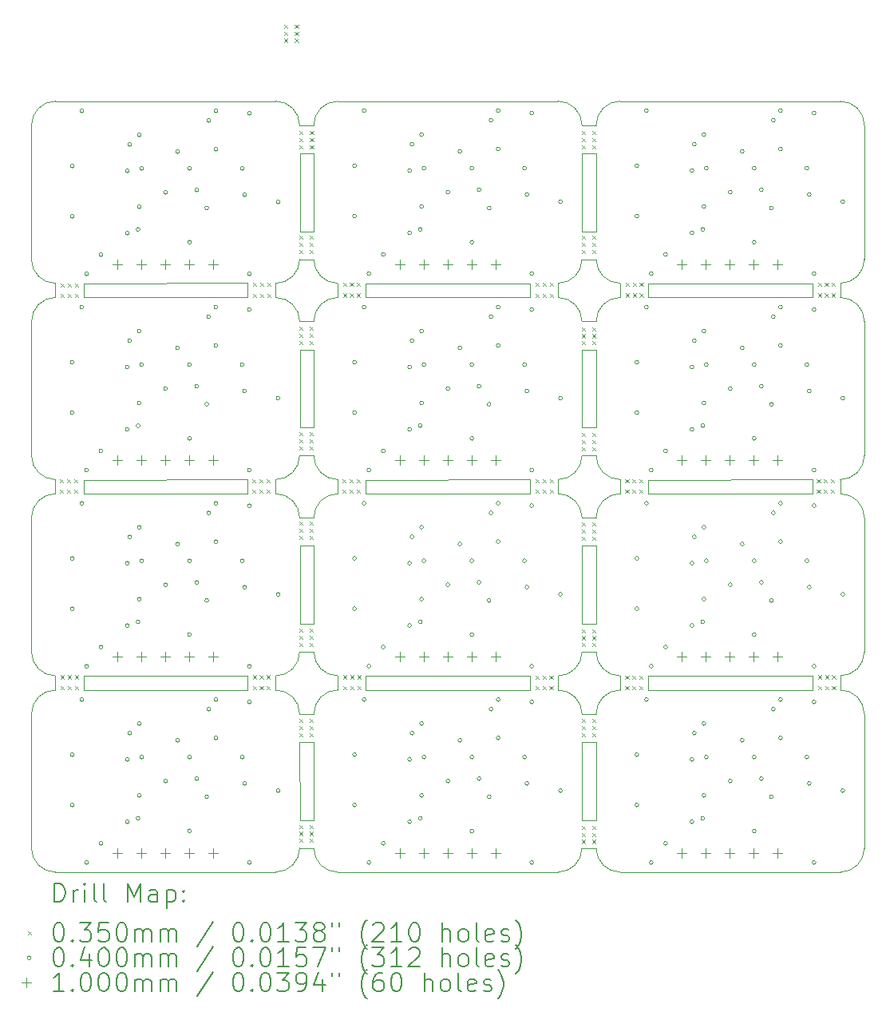
<source format=gbr>
%TF.GenerationSoftware,KiCad,Pcbnew,7.0.1*%
%TF.CreationDate,2025-06-25T09:37:54+07:00*%
%TF.ProjectId,panelize_2,70616e65-6c69-47a6-955f-322e6b696361,rev?*%
%TF.SameCoordinates,Original*%
%TF.FileFunction,Drillmap*%
%TF.FilePolarity,Positive*%
%FSLAX45Y45*%
G04 Gerber Fmt 4.5, Leading zero omitted, Abs format (unit mm)*
G04 Created by KiCad (PCBNEW 7.0.1) date 2025-06-25 09:37:54*
%MOMM*%
%LPD*%
G01*
G04 APERTURE LIST*
%ADD10C,0.100000*%
%ADD11C,0.200000*%
%ADD12C,0.035000*%
%ADD13C,0.040000*%
G04 APERTURE END LIST*
D10*
X16010600Y-12467400D02*
X17752200Y-12466000D01*
X12465000Y-9006000D02*
X12463400Y-9833200D01*
X12316400Y-9833200D02*
X12315000Y-9006000D01*
X15458200Y-9833200D02*
X15459800Y-9006000D01*
X15309800Y-9006000D02*
X15311200Y-9833200D01*
X17752200Y-10385600D02*
X16010600Y-10387000D01*
X16010600Y-10534000D02*
X17752200Y-10532600D01*
X10021000Y-10387000D02*
X11762600Y-10382600D01*
X11762600Y-10532600D02*
X10021000Y-10534000D01*
X14757400Y-10385600D02*
X13015800Y-10387000D01*
X13015800Y-10534000D02*
X14757400Y-10532600D01*
X12463400Y-11913600D02*
X12465000Y-11086400D01*
X12315000Y-11086400D02*
X12316400Y-11913600D01*
X10021000Y-12467400D02*
X11762600Y-12463000D01*
X10021000Y-12614400D02*
X11762600Y-12613000D01*
X12463400Y-13994000D02*
X12465000Y-13166800D01*
X12315000Y-13166800D02*
X12316400Y-13994000D01*
X13015800Y-12467400D02*
X14757400Y-12466000D01*
X13015800Y-12614400D02*
X14757400Y-12613000D01*
X15458200Y-11913600D02*
X15459800Y-11086400D01*
X15309800Y-11086400D02*
X15311200Y-11913600D01*
X16010600Y-12614400D02*
X17752200Y-12613000D01*
X15459800Y-13166800D02*
X15458200Y-13994000D01*
X15311200Y-13994000D02*
X15309800Y-13166800D01*
X16010600Y-14547800D02*
X17752200Y-14546400D01*
X16010600Y-14694800D02*
X17752200Y-14693400D01*
X15459800Y-15247200D02*
X15458200Y-16074400D01*
X15309800Y-15247200D02*
X15311200Y-16074400D01*
X14757400Y-14693400D02*
X13015800Y-14694800D01*
X13015800Y-14547800D02*
X14757400Y-14546400D01*
X12463400Y-16074400D02*
X12462000Y-15247200D01*
X12312000Y-15247200D02*
X12316400Y-16074400D01*
X11762600Y-14546400D02*
X10021000Y-14547800D01*
X10021000Y-14694800D02*
X11762600Y-14693400D01*
X12060200Y-16626000D02*
X9723400Y-16626000D01*
X14757400Y-10532600D02*
X14757400Y-10385600D01*
X15055000Y-10384800D02*
X15055000Y-10534800D01*
X14757400Y-12613000D02*
X14757400Y-12466000D01*
X15055000Y-12465200D02*
X15055000Y-12615200D01*
X14757400Y-14693400D02*
X14757400Y-14546400D01*
X15055000Y-14545600D02*
X15055000Y-14695600D01*
X15309000Y-14949600D02*
X15459000Y-14949600D01*
X15459800Y-15247200D02*
X15309800Y-15247200D01*
X15309000Y-12869200D02*
X15459000Y-12869200D01*
X15459800Y-13166800D02*
X15309800Y-13166800D01*
X15309000Y-10788800D02*
X15459000Y-10788800D01*
X15459800Y-11086400D02*
X15309800Y-11086400D01*
X15309000Y-8708400D02*
X15459000Y-8708400D01*
X15459800Y-9006000D02*
X15309800Y-9006000D01*
X12314200Y-8708400D02*
X12464200Y-8708400D01*
X12465000Y-9006000D02*
X12315000Y-9006000D01*
X12314200Y-10788800D02*
X12464200Y-10788800D01*
X12465000Y-11086400D02*
X12315000Y-11086400D01*
X12314200Y-12869200D02*
X12464200Y-12869200D01*
X12465000Y-13166800D02*
X12315000Y-13166800D01*
X12314200Y-14949600D02*
X12464200Y-14949600D01*
X12462000Y-15247200D02*
X12312000Y-15247200D01*
X15311200Y-16074400D02*
X15458200Y-16074400D01*
X15459000Y-16372000D02*
X15309000Y-16372000D01*
X15311200Y-13994000D02*
X15458200Y-13994000D01*
X15459000Y-14291600D02*
X15309000Y-14291600D01*
X15311200Y-11913600D02*
X15458200Y-11913600D01*
X15459000Y-12211200D02*
X15309000Y-12211200D01*
X15311200Y-9833200D02*
X15458200Y-9833200D01*
X15459000Y-10130800D02*
X15309000Y-10130800D01*
X12316400Y-9833200D02*
X12463400Y-9833200D01*
X12464200Y-10130800D02*
X12314200Y-10130800D01*
X12316400Y-11913600D02*
X12463400Y-11913600D01*
X12464200Y-12211200D02*
X12314200Y-12211200D01*
X12316400Y-13994000D02*
X12463400Y-13994000D01*
X12464200Y-14291600D02*
X12314200Y-14291600D01*
X12316400Y-16074400D02*
X12463400Y-16074400D01*
X12464200Y-16372000D02*
X12314200Y-16372000D01*
X17752200Y-14693400D02*
X17752200Y-14546400D01*
X18049800Y-14545600D02*
X18049800Y-14695600D01*
X17752200Y-12613000D02*
X17752200Y-12466000D01*
X18049800Y-12465200D02*
X18049800Y-12615200D01*
X17752200Y-10532600D02*
X17752200Y-10385600D01*
X18049800Y-10384800D02*
X18049800Y-10534800D01*
X16010600Y-10387000D02*
X16010600Y-10534000D01*
X15713000Y-10534800D02*
X15713000Y-10384800D01*
X16010600Y-12467400D02*
X16010600Y-12614400D01*
X15713000Y-12615200D02*
X15713000Y-12465200D01*
X16010600Y-14547800D02*
X16010600Y-14694800D01*
X15713000Y-14695600D02*
X15713000Y-14545600D01*
X13015800Y-14547800D02*
X13015800Y-14694800D01*
X12718200Y-14695600D02*
X12718200Y-14545600D01*
X13015800Y-12467400D02*
X13015800Y-12614400D01*
X12718200Y-12615200D02*
X12718200Y-12465200D01*
X13015800Y-10387000D02*
X13015800Y-10534000D01*
X12718200Y-10534800D02*
X12718200Y-10384800D01*
X11762600Y-14693400D02*
X11762600Y-14546400D01*
X12060200Y-14545600D02*
X12060200Y-14695600D01*
X10021000Y-14547800D02*
X10021000Y-14694800D01*
X9723400Y-14695600D02*
X9723400Y-14545600D01*
X10021000Y-12467400D02*
X10021000Y-12614400D01*
X9723400Y-12615200D02*
X9723400Y-12465200D01*
X12060200Y-12465200D02*
X12060200Y-12615200D01*
X11762600Y-12613000D02*
X11762600Y-12463000D01*
X12060200Y-10384800D02*
X12060200Y-10534800D01*
X11762600Y-10532600D02*
X11762600Y-10382600D01*
X10021000Y-10387000D02*
X10021000Y-10534000D01*
X9723400Y-10534800D02*
X9723400Y-10384800D01*
X15713000Y-14695600D02*
G75*
G03*
X15459000Y-14949600I0J-254000D01*
G01*
X18303800Y-14949600D02*
G75*
G03*
X18049800Y-14695600I-254000J0D01*
G01*
X15459000Y-16372000D02*
G75*
G03*
X15713000Y-16626000I254000J0D01*
G01*
X18049800Y-16626000D02*
G75*
G03*
X18303800Y-16372000I0J254000D01*
G01*
X18049800Y-16626000D02*
X15713000Y-16626000D01*
X18303800Y-14949600D02*
X18303800Y-16372000D01*
X12718200Y-14695600D02*
G75*
G03*
X12464200Y-14949600I0J-254000D01*
G01*
X15309000Y-14949600D02*
G75*
G03*
X15055000Y-14695600I-254000J0D01*
G01*
X12464200Y-16372000D02*
G75*
G03*
X12718200Y-16626000I254000J0D01*
G01*
X15055000Y-16626000D02*
G75*
G03*
X15309000Y-16372000I0J254000D01*
G01*
X15055000Y-16626000D02*
X12718200Y-16626000D01*
X9723400Y-14695600D02*
G75*
G03*
X9469400Y-14949600I0J-254000D01*
G01*
X12314200Y-14949600D02*
G75*
G03*
X12060200Y-14695600I-254000J0D01*
G01*
X9469400Y-16372000D02*
G75*
G03*
X9723400Y-16626000I254000J0D01*
G01*
X12060200Y-16626000D02*
G75*
G03*
X12314200Y-16372000I0J254000D01*
G01*
X9469400Y-16372000D02*
X9469400Y-14949600D01*
X15713000Y-12615200D02*
G75*
G03*
X15459000Y-12869200I0J-254000D01*
G01*
X18303800Y-12869200D02*
G75*
G03*
X18049800Y-12615200I-254000J0D01*
G01*
X15459000Y-14291600D02*
G75*
G03*
X15713000Y-14545600I254000J0D01*
G01*
X18049800Y-14545600D02*
G75*
G03*
X18303800Y-14291600I0J254000D01*
G01*
X18303800Y-12869200D02*
X18303800Y-14291600D01*
X12718200Y-12615200D02*
G75*
G03*
X12464200Y-12869200I0J-254000D01*
G01*
X15309000Y-12869200D02*
G75*
G03*
X15055000Y-12615200I-254000J0D01*
G01*
X12464200Y-14291600D02*
G75*
G03*
X12718200Y-14545600I254000J0D01*
G01*
X15055000Y-14545600D02*
G75*
G03*
X15309000Y-14291600I0J254000D01*
G01*
X9723400Y-12615200D02*
G75*
G03*
X9469400Y-12869200I0J-254000D01*
G01*
X12314200Y-12869200D02*
G75*
G03*
X12060200Y-12615200I-254000J0D01*
G01*
X9469400Y-14291600D02*
G75*
G03*
X9723400Y-14545600I254000J0D01*
G01*
X12060200Y-14545600D02*
G75*
G03*
X12314200Y-14291600I0J254000D01*
G01*
X9469400Y-14291600D02*
X9469400Y-12869200D01*
X15713000Y-10534800D02*
G75*
G03*
X15459000Y-10788800I0J-254000D01*
G01*
X18303800Y-10788800D02*
G75*
G03*
X18049800Y-10534800I-254000J0D01*
G01*
X15459000Y-12211200D02*
G75*
G03*
X15713000Y-12465200I254000J0D01*
G01*
X18049800Y-12465200D02*
G75*
G03*
X18303800Y-12211200I0J254000D01*
G01*
X18303800Y-10788800D02*
X18303800Y-12211200D01*
X12718200Y-10534800D02*
G75*
G03*
X12464200Y-10788800I0J-254000D01*
G01*
X15309000Y-10788800D02*
G75*
G03*
X15055000Y-10534800I-254000J0D01*
G01*
X12464200Y-12211200D02*
G75*
G03*
X12718200Y-12465200I254000J0D01*
G01*
X15055000Y-12465200D02*
G75*
G03*
X15309000Y-12211200I0J254000D01*
G01*
X9723400Y-10534800D02*
G75*
G03*
X9469400Y-10788800I0J-254000D01*
G01*
X12314200Y-10788800D02*
G75*
G03*
X12060200Y-10534800I-254000J0D01*
G01*
X9469400Y-12211200D02*
G75*
G03*
X9723400Y-12465200I254000J0D01*
G01*
X12060200Y-12465200D02*
G75*
G03*
X12314200Y-12211200I0J254000D01*
G01*
X9469400Y-12211200D02*
X9469400Y-10788800D01*
X15713000Y-8454400D02*
G75*
G03*
X15459000Y-8708400I0J-254000D01*
G01*
X18303800Y-8708400D02*
G75*
G03*
X18049800Y-8454400I-254000J0D01*
G01*
X15459000Y-10130800D02*
G75*
G03*
X15713000Y-10384800I254000J0D01*
G01*
X18049800Y-10384800D02*
G75*
G03*
X18303800Y-10130800I0J254000D01*
G01*
X15713000Y-8454400D02*
X18049800Y-8454400D01*
X18303800Y-8708400D02*
X18303800Y-10130800D01*
X12718200Y-8454400D02*
G75*
G03*
X12464200Y-8708400I0J-254000D01*
G01*
X15309000Y-8708400D02*
G75*
G03*
X15055000Y-8454400I-254000J0D01*
G01*
X12464200Y-10130800D02*
G75*
G03*
X12718200Y-10384800I254000J0D01*
G01*
X15055000Y-10384800D02*
G75*
G03*
X15309000Y-10130800I0J254000D01*
G01*
X12718200Y-8454400D02*
X15055000Y-8454400D01*
X12314200Y-8708400D02*
G75*
G03*
X12060200Y-8454400I-254000J0D01*
G01*
X12060200Y-10384800D02*
G75*
G03*
X12314200Y-10130800I0J254000D01*
G01*
X9469400Y-10130800D02*
X9469400Y-8708400D01*
X9723400Y-8454400D02*
X12060200Y-8454400D01*
X9723400Y-8454400D02*
G75*
G03*
X9469400Y-8708400I0J-254000D01*
G01*
X9469400Y-10130800D02*
G75*
G03*
X9723400Y-10384800I254000J0D01*
G01*
D11*
D12*
X9772500Y-12462500D02*
X9807500Y-12497500D01*
X9807500Y-12462500D02*
X9772500Y-12497500D01*
X9772500Y-12574500D02*
X9807500Y-12609500D01*
X9807500Y-12574500D02*
X9772500Y-12609500D01*
X9778500Y-14539500D02*
X9813500Y-14574500D01*
X9813500Y-14539500D02*
X9778500Y-14574500D01*
X9778500Y-14651500D02*
X9813500Y-14686500D01*
X9813500Y-14651500D02*
X9778500Y-14686500D01*
X9780500Y-10386500D02*
X9815500Y-10421500D01*
X9815500Y-10386500D02*
X9780500Y-10421500D01*
X9780500Y-10498500D02*
X9815500Y-10533500D01*
X9815500Y-10498500D02*
X9780500Y-10533500D01*
X9847500Y-12462500D02*
X9882500Y-12497500D01*
X9882500Y-12462500D02*
X9847500Y-12497500D01*
X9847500Y-12574500D02*
X9882500Y-12609500D01*
X9882500Y-12574500D02*
X9847500Y-12609500D01*
X9853500Y-14539500D02*
X9888500Y-14574500D01*
X9888500Y-14539500D02*
X9853500Y-14574500D01*
X9853500Y-14651500D02*
X9888500Y-14686500D01*
X9888500Y-14651500D02*
X9853500Y-14686500D01*
X9855500Y-10386500D02*
X9890500Y-10421500D01*
X9890500Y-10386500D02*
X9855500Y-10421500D01*
X9855500Y-10498500D02*
X9890500Y-10533500D01*
X9890500Y-10498500D02*
X9855500Y-10533500D01*
X9922500Y-12462500D02*
X9957500Y-12497500D01*
X9957500Y-12462500D02*
X9922500Y-12497500D01*
X9922500Y-12574500D02*
X9957500Y-12609500D01*
X9957500Y-12574500D02*
X9922500Y-12609500D01*
X9928500Y-14539500D02*
X9963500Y-14574500D01*
X9963500Y-14539500D02*
X9928500Y-14574500D01*
X9928500Y-14651500D02*
X9963500Y-14686500D01*
X9963500Y-14651500D02*
X9928500Y-14686500D01*
X9930500Y-10386500D02*
X9965500Y-10421500D01*
X9965500Y-10386500D02*
X9930500Y-10421500D01*
X9930500Y-10498500D02*
X9965500Y-10533500D01*
X9965500Y-10498500D02*
X9930500Y-10533500D01*
X11813500Y-12461500D02*
X11848500Y-12496500D01*
X11848500Y-12461500D02*
X11813500Y-12496500D01*
X11813500Y-12573500D02*
X11848500Y-12608500D01*
X11848500Y-12573500D02*
X11813500Y-12608500D01*
X11816500Y-14539500D02*
X11851500Y-14574500D01*
X11851500Y-14539500D02*
X11816500Y-14574500D01*
X11816500Y-14651500D02*
X11851500Y-14686500D01*
X11851500Y-14651500D02*
X11816500Y-14686500D01*
X11819500Y-10381500D02*
X11854500Y-10416500D01*
X11854500Y-10381500D02*
X11819500Y-10416500D01*
X11819500Y-10493500D02*
X11854500Y-10528500D01*
X11854500Y-10493500D02*
X11819500Y-10528500D01*
X11888500Y-12461500D02*
X11923500Y-12496500D01*
X11923500Y-12461500D02*
X11888500Y-12496500D01*
X11888500Y-12573500D02*
X11923500Y-12608500D01*
X11923500Y-12573500D02*
X11888500Y-12608500D01*
X11891500Y-14539500D02*
X11926500Y-14574500D01*
X11926500Y-14539500D02*
X11891500Y-14574500D01*
X11891500Y-14651500D02*
X11926500Y-14686500D01*
X11926500Y-14651500D02*
X11891500Y-14686500D01*
X11894500Y-10381500D02*
X11929500Y-10416500D01*
X11929500Y-10381500D02*
X11894500Y-10416500D01*
X11894500Y-10493500D02*
X11929500Y-10528500D01*
X11929500Y-10493500D02*
X11894500Y-10528500D01*
X11963500Y-12461500D02*
X11998500Y-12496500D01*
X11998500Y-12461500D02*
X11963500Y-12496500D01*
X11963500Y-12573500D02*
X11998500Y-12608500D01*
X11998500Y-12573500D02*
X11963500Y-12608500D01*
X11966500Y-14539500D02*
X12001500Y-14574500D01*
X12001500Y-14539500D02*
X11966500Y-14574500D01*
X11966500Y-14651500D02*
X12001500Y-14686500D01*
X12001500Y-14651500D02*
X11966500Y-14686500D01*
X11969500Y-10381500D02*
X12004500Y-10416500D01*
X12004500Y-10381500D02*
X11969500Y-10416500D01*
X11969500Y-10493500D02*
X12004500Y-10528500D01*
X12004500Y-10493500D02*
X11969500Y-10528500D01*
X12151500Y-7642500D02*
X12186500Y-7677500D01*
X12186500Y-7642500D02*
X12151500Y-7677500D01*
X12151500Y-7717500D02*
X12186500Y-7752500D01*
X12186500Y-7717500D02*
X12151500Y-7752500D01*
X12151500Y-7792500D02*
X12186500Y-7827500D01*
X12186500Y-7792500D02*
X12151500Y-7827500D01*
X12263500Y-7642500D02*
X12298500Y-7677500D01*
X12298500Y-7642500D02*
X12263500Y-7677500D01*
X12263500Y-7717500D02*
X12298500Y-7752500D01*
X12298500Y-7717500D02*
X12263500Y-7752500D01*
X12263500Y-7792500D02*
X12298500Y-7827500D01*
X12298500Y-7792500D02*
X12263500Y-7827500D01*
X12309500Y-10847500D02*
X12344500Y-10882500D01*
X12344500Y-10847500D02*
X12309500Y-10882500D01*
X12309500Y-10922500D02*
X12344500Y-10957500D01*
X12344500Y-10922500D02*
X12309500Y-10957500D01*
X12309500Y-10997500D02*
X12344500Y-11032500D01*
X12344500Y-10997500D02*
X12309500Y-11032500D01*
X12309500Y-15000500D02*
X12344500Y-15035500D01*
X12344500Y-15000500D02*
X12309500Y-15035500D01*
X12309500Y-15075500D02*
X12344500Y-15110500D01*
X12344500Y-15075500D02*
X12309500Y-15110500D01*
X12309500Y-15150500D02*
X12344500Y-15185500D01*
X12344500Y-15150500D02*
X12309500Y-15185500D01*
X12310500Y-11961500D02*
X12345500Y-11996500D01*
X12345500Y-11961500D02*
X12310500Y-11996500D01*
X12310500Y-12036500D02*
X12345500Y-12071500D01*
X12345500Y-12036500D02*
X12310500Y-12071500D01*
X12310500Y-12111500D02*
X12345500Y-12146500D01*
X12345500Y-12111500D02*
X12310500Y-12146500D01*
X12310500Y-12913500D02*
X12345500Y-12948500D01*
X12345500Y-12913500D02*
X12310500Y-12948500D01*
X12310500Y-12988500D02*
X12345500Y-13023500D01*
X12345500Y-12988500D02*
X12310500Y-13023500D01*
X12310500Y-13063500D02*
X12345500Y-13098500D01*
X12345500Y-13063500D02*
X12310500Y-13098500D01*
X12310500Y-14047500D02*
X12345500Y-14082500D01*
X12345500Y-14047500D02*
X12310500Y-14082500D01*
X12310500Y-14122500D02*
X12345500Y-14157500D01*
X12345500Y-14122500D02*
X12310500Y-14157500D01*
X12310500Y-14197500D02*
X12345500Y-14232500D01*
X12345500Y-14197500D02*
X12310500Y-14232500D01*
X12310500Y-16124500D02*
X12345500Y-16159500D01*
X12345500Y-16124500D02*
X12310500Y-16159500D01*
X12310500Y-16199500D02*
X12345500Y-16234500D01*
X12345500Y-16199500D02*
X12310500Y-16234500D01*
X12310500Y-16274500D02*
X12345500Y-16309500D01*
X12345500Y-16274500D02*
X12310500Y-16309500D01*
X12311500Y-9880500D02*
X12346500Y-9915500D01*
X12346500Y-9880500D02*
X12311500Y-9915500D01*
X12311500Y-9955500D02*
X12346500Y-9990500D01*
X12346500Y-9955500D02*
X12311500Y-9990500D01*
X12311500Y-10030500D02*
X12346500Y-10065500D01*
X12346500Y-10030500D02*
X12311500Y-10065500D01*
X12312500Y-8769500D02*
X12347500Y-8804500D01*
X12347500Y-8769500D02*
X12312500Y-8804500D01*
X12312500Y-8844500D02*
X12347500Y-8879500D01*
X12347500Y-8844500D02*
X12312500Y-8879500D01*
X12312500Y-8919500D02*
X12347500Y-8954500D01*
X12347500Y-8919500D02*
X12312500Y-8954500D01*
X12421500Y-10847500D02*
X12456500Y-10882500D01*
X12456500Y-10847500D02*
X12421500Y-10882500D01*
X12421500Y-10922500D02*
X12456500Y-10957500D01*
X12456500Y-10922500D02*
X12421500Y-10957500D01*
X12421500Y-10997500D02*
X12456500Y-11032500D01*
X12456500Y-10997500D02*
X12421500Y-11032500D01*
X12421500Y-15000500D02*
X12456500Y-15035500D01*
X12456500Y-15000500D02*
X12421500Y-15035500D01*
X12421500Y-15075500D02*
X12456500Y-15110500D01*
X12456500Y-15075500D02*
X12421500Y-15110500D01*
X12421500Y-15150500D02*
X12456500Y-15185500D01*
X12456500Y-15150500D02*
X12421500Y-15185500D01*
X12422500Y-11961500D02*
X12457500Y-11996500D01*
X12457500Y-11961500D02*
X12422500Y-11996500D01*
X12422500Y-12036500D02*
X12457500Y-12071500D01*
X12457500Y-12036500D02*
X12422500Y-12071500D01*
X12422500Y-12111500D02*
X12457500Y-12146500D01*
X12457500Y-12111500D02*
X12422500Y-12146500D01*
X12422500Y-12913500D02*
X12457500Y-12948500D01*
X12457500Y-12913500D02*
X12422500Y-12948500D01*
X12422500Y-12988500D02*
X12457500Y-13023500D01*
X12457500Y-12988500D02*
X12422500Y-13023500D01*
X12422500Y-13063500D02*
X12457500Y-13098500D01*
X12457500Y-13063500D02*
X12422500Y-13098500D01*
X12422500Y-14047500D02*
X12457500Y-14082500D01*
X12457500Y-14047500D02*
X12422500Y-14082500D01*
X12422500Y-14122500D02*
X12457500Y-14157500D01*
X12457500Y-14122500D02*
X12422500Y-14157500D01*
X12422500Y-14197500D02*
X12457500Y-14232500D01*
X12457500Y-14197500D02*
X12422500Y-14232500D01*
X12422500Y-16124500D02*
X12457500Y-16159500D01*
X12457500Y-16124500D02*
X12422500Y-16159500D01*
X12422500Y-16199500D02*
X12457500Y-16234500D01*
X12457500Y-16199500D02*
X12422500Y-16234500D01*
X12422500Y-16274500D02*
X12457500Y-16309500D01*
X12457500Y-16274500D02*
X12422500Y-16309500D01*
X12423500Y-9880500D02*
X12458500Y-9915500D01*
X12458500Y-9880500D02*
X12423500Y-9915500D01*
X12423500Y-9955500D02*
X12458500Y-9990500D01*
X12458500Y-9955500D02*
X12423500Y-9990500D01*
X12423500Y-10030500D02*
X12458500Y-10065500D01*
X12458500Y-10030500D02*
X12423500Y-10065500D01*
X12424500Y-8769500D02*
X12459500Y-8804500D01*
X12459500Y-8769500D02*
X12424500Y-8804500D01*
X12424500Y-8844500D02*
X12459500Y-8879500D01*
X12459500Y-8844500D02*
X12424500Y-8879500D01*
X12424500Y-8919500D02*
X12459500Y-8954500D01*
X12459500Y-8919500D02*
X12424500Y-8954500D01*
X12769500Y-12460500D02*
X12804500Y-12495500D01*
X12804500Y-12460500D02*
X12769500Y-12495500D01*
X12769500Y-12572500D02*
X12804500Y-12607500D01*
X12804500Y-12572500D02*
X12769500Y-12607500D01*
X12772500Y-10380500D02*
X12807500Y-10415500D01*
X12807500Y-10380500D02*
X12772500Y-10415500D01*
X12772500Y-10492500D02*
X12807500Y-10527500D01*
X12807500Y-10492500D02*
X12772500Y-10527500D01*
X12777500Y-14539500D02*
X12812500Y-14574500D01*
X12812500Y-14539500D02*
X12777500Y-14574500D01*
X12777500Y-14651500D02*
X12812500Y-14686500D01*
X12812500Y-14651500D02*
X12777500Y-14686500D01*
X12844500Y-12460500D02*
X12879500Y-12495500D01*
X12879500Y-12460500D02*
X12844500Y-12495500D01*
X12844500Y-12572500D02*
X12879500Y-12607500D01*
X12879500Y-12572500D02*
X12844500Y-12607500D01*
X12847500Y-10380500D02*
X12882500Y-10415500D01*
X12882500Y-10380500D02*
X12847500Y-10415500D01*
X12847500Y-10492500D02*
X12882500Y-10527500D01*
X12882500Y-10492500D02*
X12847500Y-10527500D01*
X12852500Y-14539500D02*
X12887500Y-14574500D01*
X12887500Y-14539500D02*
X12852500Y-14574500D01*
X12852500Y-14651500D02*
X12887500Y-14686500D01*
X12887500Y-14651500D02*
X12852500Y-14686500D01*
X12919500Y-12460500D02*
X12954500Y-12495500D01*
X12954500Y-12460500D02*
X12919500Y-12495500D01*
X12919500Y-12572500D02*
X12954500Y-12607500D01*
X12954500Y-12572500D02*
X12919500Y-12607500D01*
X12922500Y-10380500D02*
X12957500Y-10415500D01*
X12957500Y-10380500D02*
X12922500Y-10415500D01*
X12922500Y-10492500D02*
X12957500Y-10527500D01*
X12957500Y-10492500D02*
X12922500Y-10527500D01*
X12927500Y-14539500D02*
X12962500Y-14574500D01*
X12962500Y-14539500D02*
X12927500Y-14574500D01*
X12927500Y-14651500D02*
X12962500Y-14686500D01*
X12962500Y-14651500D02*
X12927500Y-14686500D01*
X14814500Y-14541500D02*
X14849500Y-14576500D01*
X14849500Y-14541500D02*
X14814500Y-14576500D01*
X14814500Y-14653500D02*
X14849500Y-14688500D01*
X14849500Y-14653500D02*
X14814500Y-14688500D01*
X14816500Y-10381500D02*
X14851500Y-10416500D01*
X14851500Y-10381500D02*
X14816500Y-10416500D01*
X14816500Y-10493500D02*
X14851500Y-10528500D01*
X14851500Y-10493500D02*
X14816500Y-10528500D01*
X14819500Y-12459500D02*
X14854500Y-12494500D01*
X14854500Y-12459500D02*
X14819500Y-12494500D01*
X14819500Y-12571500D02*
X14854500Y-12606500D01*
X14854500Y-12571500D02*
X14819500Y-12606500D01*
X14889500Y-14541500D02*
X14924500Y-14576500D01*
X14924500Y-14541500D02*
X14889500Y-14576500D01*
X14889500Y-14653500D02*
X14924500Y-14688500D01*
X14924500Y-14653500D02*
X14889500Y-14688500D01*
X14891500Y-10381500D02*
X14926500Y-10416500D01*
X14926500Y-10381500D02*
X14891500Y-10416500D01*
X14891500Y-10493500D02*
X14926500Y-10528500D01*
X14926500Y-10493500D02*
X14891500Y-10528500D01*
X14894500Y-12459500D02*
X14929500Y-12494500D01*
X14929500Y-12459500D02*
X14894500Y-12494500D01*
X14894500Y-12571500D02*
X14929500Y-12606500D01*
X14929500Y-12571500D02*
X14894500Y-12606500D01*
X14964500Y-14541500D02*
X14999500Y-14576500D01*
X14999500Y-14541500D02*
X14964500Y-14576500D01*
X14964500Y-14653500D02*
X14999500Y-14688500D01*
X14999500Y-14653500D02*
X14964500Y-14688500D01*
X14966500Y-10381500D02*
X15001500Y-10416500D01*
X15001500Y-10381500D02*
X14966500Y-10416500D01*
X14966500Y-10493500D02*
X15001500Y-10528500D01*
X15001500Y-10493500D02*
X14966500Y-10528500D01*
X14969500Y-12459500D02*
X15004500Y-12494500D01*
X15004500Y-12459500D02*
X14969500Y-12494500D01*
X14969500Y-12571500D02*
X15004500Y-12606500D01*
X15004500Y-12571500D02*
X14969500Y-12606500D01*
X15304500Y-9880500D02*
X15339500Y-9915500D01*
X15339500Y-9880500D02*
X15304500Y-9915500D01*
X15304500Y-9955500D02*
X15339500Y-9990500D01*
X15339500Y-9955500D02*
X15304500Y-9990500D01*
X15304500Y-10030500D02*
X15339500Y-10065500D01*
X15339500Y-10030500D02*
X15304500Y-10065500D01*
X15304500Y-10849500D02*
X15339500Y-10884500D01*
X15339500Y-10849500D02*
X15304500Y-10884500D01*
X15304500Y-10924500D02*
X15339500Y-10959500D01*
X15339500Y-10924500D02*
X15304500Y-10959500D01*
X15304500Y-10999500D02*
X15339500Y-11034500D01*
X15339500Y-10999500D02*
X15304500Y-11034500D01*
X15304500Y-14050500D02*
X15339500Y-14085500D01*
X15339500Y-14050500D02*
X15304500Y-14085500D01*
X15304500Y-14125500D02*
X15339500Y-14160500D01*
X15339500Y-14125500D02*
X15304500Y-14160500D01*
X15304500Y-14200500D02*
X15339500Y-14235500D01*
X15339500Y-14200500D02*
X15304500Y-14235500D01*
X15305500Y-8769500D02*
X15340500Y-8804500D01*
X15340500Y-8769500D02*
X15305500Y-8804500D01*
X15305500Y-8844500D02*
X15340500Y-8879500D01*
X15340500Y-8844500D02*
X15305500Y-8879500D01*
X15305500Y-8919500D02*
X15340500Y-8954500D01*
X15340500Y-8919500D02*
X15305500Y-8954500D01*
X15305500Y-12920500D02*
X15340500Y-12955500D01*
X15340500Y-12920500D02*
X15305500Y-12955500D01*
X15305500Y-12995500D02*
X15340500Y-13030500D01*
X15340500Y-12995500D02*
X15305500Y-13030500D01*
X15305500Y-13070500D02*
X15340500Y-13105500D01*
X15340500Y-13070500D02*
X15305500Y-13105500D01*
X15305500Y-15004500D02*
X15340500Y-15039500D01*
X15340500Y-15004500D02*
X15305500Y-15039500D01*
X15305500Y-15079500D02*
X15340500Y-15114500D01*
X15340500Y-15079500D02*
X15305500Y-15114500D01*
X15305500Y-15154500D02*
X15340500Y-15189500D01*
X15340500Y-15154500D02*
X15305500Y-15189500D01*
X15305500Y-16134500D02*
X15340500Y-16169500D01*
X15340500Y-16134500D02*
X15305500Y-16169500D01*
X15305500Y-16209500D02*
X15340500Y-16244500D01*
X15340500Y-16209500D02*
X15305500Y-16244500D01*
X15305500Y-16284500D02*
X15340500Y-16319500D01*
X15340500Y-16284500D02*
X15305500Y-16319500D01*
X15306500Y-11970500D02*
X15341500Y-12005500D01*
X15341500Y-11970500D02*
X15306500Y-12005500D01*
X15306500Y-12045500D02*
X15341500Y-12080500D01*
X15341500Y-12045500D02*
X15306500Y-12080500D01*
X15306500Y-12120500D02*
X15341500Y-12155500D01*
X15341500Y-12120500D02*
X15306500Y-12155500D01*
X15416500Y-9880500D02*
X15451500Y-9915500D01*
X15451500Y-9880500D02*
X15416500Y-9915500D01*
X15416500Y-9955500D02*
X15451500Y-9990500D01*
X15451500Y-9955500D02*
X15416500Y-9990500D01*
X15416500Y-10030500D02*
X15451500Y-10065500D01*
X15451500Y-10030500D02*
X15416500Y-10065500D01*
X15416500Y-10849500D02*
X15451500Y-10884500D01*
X15451500Y-10849500D02*
X15416500Y-10884500D01*
X15416500Y-10924500D02*
X15451500Y-10959500D01*
X15451500Y-10924500D02*
X15416500Y-10959500D01*
X15416500Y-10999500D02*
X15451500Y-11034500D01*
X15451500Y-10999500D02*
X15416500Y-11034500D01*
X15416500Y-14050500D02*
X15451500Y-14085500D01*
X15451500Y-14050500D02*
X15416500Y-14085500D01*
X15416500Y-14125500D02*
X15451500Y-14160500D01*
X15451500Y-14125500D02*
X15416500Y-14160500D01*
X15416500Y-14200500D02*
X15451500Y-14235500D01*
X15451500Y-14200500D02*
X15416500Y-14235500D01*
X15417500Y-8769500D02*
X15452500Y-8804500D01*
X15452500Y-8769500D02*
X15417500Y-8804500D01*
X15417500Y-8844500D02*
X15452500Y-8879500D01*
X15452500Y-8844500D02*
X15417500Y-8879500D01*
X15417500Y-8919500D02*
X15452500Y-8954500D01*
X15452500Y-8919500D02*
X15417500Y-8954500D01*
X15417500Y-12920500D02*
X15452500Y-12955500D01*
X15452500Y-12920500D02*
X15417500Y-12955500D01*
X15417500Y-12995500D02*
X15452500Y-13030500D01*
X15452500Y-12995500D02*
X15417500Y-13030500D01*
X15417500Y-13070500D02*
X15452500Y-13105500D01*
X15452500Y-13070500D02*
X15417500Y-13105500D01*
X15417500Y-15004500D02*
X15452500Y-15039500D01*
X15452500Y-15004500D02*
X15417500Y-15039500D01*
X15417500Y-15079500D02*
X15452500Y-15114500D01*
X15452500Y-15079500D02*
X15417500Y-15114500D01*
X15417500Y-15154500D02*
X15452500Y-15189500D01*
X15452500Y-15154500D02*
X15417500Y-15189500D01*
X15417500Y-16134500D02*
X15452500Y-16169500D01*
X15452500Y-16134500D02*
X15417500Y-16169500D01*
X15417500Y-16209500D02*
X15452500Y-16244500D01*
X15452500Y-16209500D02*
X15417500Y-16244500D01*
X15417500Y-16284500D02*
X15452500Y-16319500D01*
X15452500Y-16284500D02*
X15417500Y-16319500D01*
X15418500Y-11970500D02*
X15453500Y-12005500D01*
X15453500Y-11970500D02*
X15418500Y-12005500D01*
X15418500Y-12045500D02*
X15453500Y-12080500D01*
X15453500Y-12045500D02*
X15418500Y-12080500D01*
X15418500Y-12120500D02*
X15453500Y-12155500D01*
X15453500Y-12120500D02*
X15418500Y-12155500D01*
X15768500Y-12459500D02*
X15803500Y-12494500D01*
X15803500Y-12459500D02*
X15768500Y-12494500D01*
X15768500Y-12571500D02*
X15803500Y-12606500D01*
X15803500Y-12571500D02*
X15768500Y-12606500D01*
X15768500Y-14543500D02*
X15803500Y-14578500D01*
X15803500Y-14543500D02*
X15768500Y-14578500D01*
X15768500Y-14655500D02*
X15803500Y-14690500D01*
X15803500Y-14655500D02*
X15768500Y-14690500D01*
X15771500Y-10380500D02*
X15806500Y-10415500D01*
X15806500Y-10380500D02*
X15771500Y-10415500D01*
X15771500Y-10492500D02*
X15806500Y-10527500D01*
X15806500Y-10492500D02*
X15771500Y-10527500D01*
X15843500Y-12459500D02*
X15878500Y-12494500D01*
X15878500Y-12459500D02*
X15843500Y-12494500D01*
X15843500Y-12571500D02*
X15878500Y-12606500D01*
X15878500Y-12571500D02*
X15843500Y-12606500D01*
X15843500Y-14543500D02*
X15878500Y-14578500D01*
X15878500Y-14543500D02*
X15843500Y-14578500D01*
X15843500Y-14655500D02*
X15878500Y-14690500D01*
X15878500Y-14655500D02*
X15843500Y-14690500D01*
X15846500Y-10380500D02*
X15881500Y-10415500D01*
X15881500Y-10380500D02*
X15846500Y-10415500D01*
X15846500Y-10492500D02*
X15881500Y-10527500D01*
X15881500Y-10492500D02*
X15846500Y-10527500D01*
X15918500Y-12459500D02*
X15953500Y-12494500D01*
X15953500Y-12459500D02*
X15918500Y-12494500D01*
X15918500Y-12571500D02*
X15953500Y-12606500D01*
X15953500Y-12571500D02*
X15918500Y-12606500D01*
X15918500Y-14543500D02*
X15953500Y-14578500D01*
X15953500Y-14543500D02*
X15918500Y-14578500D01*
X15918500Y-14655500D02*
X15953500Y-14690500D01*
X15953500Y-14655500D02*
X15918500Y-14690500D01*
X15921500Y-10380500D02*
X15956500Y-10415500D01*
X15956500Y-10380500D02*
X15921500Y-10415500D01*
X15921500Y-10492500D02*
X15956500Y-10527500D01*
X15956500Y-10492500D02*
X15921500Y-10527500D01*
X17800500Y-12459500D02*
X17835500Y-12494500D01*
X17835500Y-12459500D02*
X17800500Y-12494500D01*
X17800500Y-12571500D02*
X17835500Y-12606500D01*
X17835500Y-12571500D02*
X17800500Y-12606500D01*
X17810500Y-10380500D02*
X17845500Y-10415500D01*
X17845500Y-10380500D02*
X17810500Y-10415500D01*
X17810500Y-10492500D02*
X17845500Y-10527500D01*
X17845500Y-10492500D02*
X17810500Y-10527500D01*
X17811500Y-14540500D02*
X17846500Y-14575500D01*
X17846500Y-14540500D02*
X17811500Y-14575500D01*
X17811500Y-14652500D02*
X17846500Y-14687500D01*
X17846500Y-14652500D02*
X17811500Y-14687500D01*
X17875500Y-12459500D02*
X17910500Y-12494500D01*
X17910500Y-12459500D02*
X17875500Y-12494500D01*
X17875500Y-12571500D02*
X17910500Y-12606500D01*
X17910500Y-12571500D02*
X17875500Y-12606500D01*
X17885500Y-10380500D02*
X17920500Y-10415500D01*
X17920500Y-10380500D02*
X17885500Y-10415500D01*
X17885500Y-10492500D02*
X17920500Y-10527500D01*
X17920500Y-10492500D02*
X17885500Y-10527500D01*
X17886500Y-14540500D02*
X17921500Y-14575500D01*
X17921500Y-14540500D02*
X17886500Y-14575500D01*
X17886500Y-14652500D02*
X17921500Y-14687500D01*
X17921500Y-14652500D02*
X17886500Y-14687500D01*
X17950500Y-12459500D02*
X17985500Y-12494500D01*
X17985500Y-12459500D02*
X17950500Y-12494500D01*
X17950500Y-12571500D02*
X17985500Y-12606500D01*
X17985500Y-12571500D02*
X17950500Y-12606500D01*
X17960500Y-10380500D02*
X17995500Y-10415500D01*
X17995500Y-10380500D02*
X17960500Y-10415500D01*
X17960500Y-10492500D02*
X17995500Y-10527500D01*
X17995500Y-10492500D02*
X17960500Y-10527500D01*
X17961500Y-14540500D02*
X17996500Y-14575500D01*
X17996500Y-14540500D02*
X17961500Y-14575500D01*
X17961500Y-14652500D02*
X17996500Y-14687500D01*
X17996500Y-14652500D02*
X17961500Y-14687500D01*
D13*
X9921200Y-9140200D02*
G75*
G03*
X9921200Y-9140200I-20000J0D01*
G01*
X9921200Y-9673600D02*
G75*
G03*
X9921200Y-9673600I-20000J0D01*
G01*
X9921200Y-11220600D02*
G75*
G03*
X9921200Y-11220600I-20000J0D01*
G01*
X9921200Y-11754000D02*
G75*
G03*
X9921200Y-11754000I-20000J0D01*
G01*
X9921200Y-13301000D02*
G75*
G03*
X9921200Y-13301000I-20000J0D01*
G01*
X9921200Y-13834400D02*
G75*
G03*
X9921200Y-13834400I-20000J0D01*
G01*
X9921200Y-15381400D02*
G75*
G03*
X9921200Y-15381400I-20000J0D01*
G01*
X9921200Y-15914800D02*
G75*
G03*
X9921200Y-15914800I-20000J0D01*
G01*
X10022800Y-8556000D02*
G75*
G03*
X10022800Y-8556000I-20000J0D01*
G01*
X10022800Y-10636400D02*
G75*
G03*
X10022800Y-10636400I-20000J0D01*
G01*
X10022800Y-12716800D02*
G75*
G03*
X10022800Y-12716800I-20000J0D01*
G01*
X10022800Y-14797200D02*
G75*
G03*
X10022800Y-14797200I-20000J0D01*
G01*
X10073600Y-10283200D02*
G75*
G03*
X10073600Y-10283200I-20000J0D01*
G01*
X10073600Y-12363600D02*
G75*
G03*
X10073600Y-12363600I-20000J0D01*
G01*
X10073600Y-14444000D02*
G75*
G03*
X10073600Y-14444000I-20000J0D01*
G01*
X10073600Y-16524400D02*
G75*
G03*
X10073600Y-16524400I-20000J0D01*
G01*
X10226000Y-10080000D02*
G75*
G03*
X10226000Y-10080000I-20000J0D01*
G01*
X10226000Y-12160400D02*
G75*
G03*
X10226000Y-12160400I-20000J0D01*
G01*
X10226000Y-14240800D02*
G75*
G03*
X10226000Y-14240800I-20000J0D01*
G01*
X10226000Y-16321200D02*
G75*
G03*
X10226000Y-16321200I-20000J0D01*
G01*
X10505400Y-9191000D02*
G75*
G03*
X10505400Y-9191000I-20000J0D01*
G01*
X10505400Y-9851400D02*
G75*
G03*
X10505400Y-9851400I-20000J0D01*
G01*
X10505400Y-11271400D02*
G75*
G03*
X10505400Y-11271400I-20000J0D01*
G01*
X10505400Y-11931800D02*
G75*
G03*
X10505400Y-11931800I-20000J0D01*
G01*
X10505400Y-13351800D02*
G75*
G03*
X10505400Y-13351800I-20000J0D01*
G01*
X10505400Y-14012200D02*
G75*
G03*
X10505400Y-14012200I-20000J0D01*
G01*
X10505400Y-15432200D02*
G75*
G03*
X10505400Y-15432200I-20000J0D01*
G01*
X10505400Y-16092600D02*
G75*
G03*
X10505400Y-16092600I-20000J0D01*
G01*
X10530800Y-8911600D02*
G75*
G03*
X10530800Y-8911600I-20000J0D01*
G01*
X10530800Y-10992000D02*
G75*
G03*
X10530800Y-10992000I-20000J0D01*
G01*
X10530800Y-13072400D02*
G75*
G03*
X10530800Y-13072400I-20000J0D01*
G01*
X10530800Y-15152800D02*
G75*
G03*
X10530800Y-15152800I-20000J0D01*
G01*
X10619700Y-9813300D02*
G75*
G03*
X10619700Y-9813300I-20000J0D01*
G01*
X10619700Y-11893700D02*
G75*
G03*
X10619700Y-11893700I-20000J0D01*
G01*
X10619700Y-13974100D02*
G75*
G03*
X10619700Y-13974100I-20000J0D01*
G01*
X10619700Y-16054500D02*
G75*
G03*
X10619700Y-16054500I-20000J0D01*
G01*
X10632400Y-8810000D02*
G75*
G03*
X10632400Y-8810000I-20000J0D01*
G01*
X10632400Y-9572000D02*
G75*
G03*
X10632400Y-9572000I-20000J0D01*
G01*
X10632400Y-10890400D02*
G75*
G03*
X10632400Y-10890400I-20000J0D01*
G01*
X10632400Y-11652400D02*
G75*
G03*
X10632400Y-11652400I-20000J0D01*
G01*
X10632400Y-12970800D02*
G75*
G03*
X10632400Y-12970800I-20000J0D01*
G01*
X10632400Y-13732800D02*
G75*
G03*
X10632400Y-13732800I-20000J0D01*
G01*
X10632400Y-15051200D02*
G75*
G03*
X10632400Y-15051200I-20000J0D01*
G01*
X10632400Y-15813200D02*
G75*
G03*
X10632400Y-15813200I-20000J0D01*
G01*
X10657800Y-9165600D02*
G75*
G03*
X10657800Y-9165600I-20000J0D01*
G01*
X10657800Y-11246000D02*
G75*
G03*
X10657800Y-11246000I-20000J0D01*
G01*
X10657800Y-13326400D02*
G75*
G03*
X10657800Y-13326400I-20000J0D01*
G01*
X10657800Y-15406800D02*
G75*
G03*
X10657800Y-15406800I-20000J0D01*
G01*
X10911800Y-9419600D02*
G75*
G03*
X10911800Y-9419600I-20000J0D01*
G01*
X10911800Y-11500000D02*
G75*
G03*
X10911800Y-11500000I-20000J0D01*
G01*
X10911800Y-13580400D02*
G75*
G03*
X10911800Y-13580400I-20000J0D01*
G01*
X10911800Y-15660800D02*
G75*
G03*
X10911800Y-15660800I-20000J0D01*
G01*
X11038800Y-8987800D02*
G75*
G03*
X11038800Y-8987800I-20000J0D01*
G01*
X11038800Y-11068200D02*
G75*
G03*
X11038800Y-11068200I-20000J0D01*
G01*
X11038800Y-13148600D02*
G75*
G03*
X11038800Y-13148600I-20000J0D01*
G01*
X11038800Y-15229000D02*
G75*
G03*
X11038800Y-15229000I-20000J0D01*
G01*
X11165800Y-9165600D02*
G75*
G03*
X11165800Y-9165600I-20000J0D01*
G01*
X11165800Y-11246000D02*
G75*
G03*
X11165800Y-11246000I-20000J0D01*
G01*
X11165800Y-13326400D02*
G75*
G03*
X11165800Y-13326400I-20000J0D01*
G01*
X11165800Y-15406800D02*
G75*
G03*
X11165800Y-15406800I-20000J0D01*
G01*
X11165943Y-9948561D02*
G75*
G03*
X11165943Y-9948561I-20000J0D01*
G01*
X11165943Y-12028961D02*
G75*
G03*
X11165943Y-12028961I-20000J0D01*
G01*
X11165943Y-14109361D02*
G75*
G03*
X11165943Y-14109361I-20000J0D01*
G01*
X11165943Y-16189761D02*
G75*
G03*
X11165943Y-16189761I-20000J0D01*
G01*
X11242000Y-9394200D02*
G75*
G03*
X11242000Y-9394200I-20000J0D01*
G01*
X11242000Y-11474600D02*
G75*
G03*
X11242000Y-11474600I-20000J0D01*
G01*
X11242000Y-13555000D02*
G75*
G03*
X11242000Y-13555000I-20000J0D01*
G01*
X11242000Y-15635400D02*
G75*
G03*
X11242000Y-15635400I-20000J0D01*
G01*
X11348526Y-9586224D02*
G75*
G03*
X11348526Y-9586224I-20000J0D01*
G01*
X11348526Y-11666624D02*
G75*
G03*
X11348526Y-11666624I-20000J0D01*
G01*
X11348526Y-13747024D02*
G75*
G03*
X11348526Y-13747024I-20000J0D01*
G01*
X11348526Y-15827424D02*
G75*
G03*
X11348526Y-15827424I-20000J0D01*
G01*
X11369000Y-8657600D02*
G75*
G03*
X11369000Y-8657600I-20000J0D01*
G01*
X11369000Y-10738000D02*
G75*
G03*
X11369000Y-10738000I-20000J0D01*
G01*
X11369000Y-12818400D02*
G75*
G03*
X11369000Y-12818400I-20000J0D01*
G01*
X11369000Y-14898800D02*
G75*
G03*
X11369000Y-14898800I-20000J0D01*
G01*
X11445200Y-8556000D02*
G75*
G03*
X11445200Y-8556000I-20000J0D01*
G01*
X11445200Y-8962400D02*
G75*
G03*
X11445200Y-8962400I-20000J0D01*
G01*
X11445200Y-10636400D02*
G75*
G03*
X11445200Y-10636400I-20000J0D01*
G01*
X11445200Y-11042800D02*
G75*
G03*
X11445200Y-11042800I-20000J0D01*
G01*
X11445200Y-12716800D02*
G75*
G03*
X11445200Y-12716800I-20000J0D01*
G01*
X11445200Y-13123200D02*
G75*
G03*
X11445200Y-13123200I-20000J0D01*
G01*
X11445200Y-14797200D02*
G75*
G03*
X11445200Y-14797200I-20000J0D01*
G01*
X11445200Y-15203600D02*
G75*
G03*
X11445200Y-15203600I-20000J0D01*
G01*
X11724600Y-9165600D02*
G75*
G03*
X11724600Y-9165600I-20000J0D01*
G01*
X11724600Y-11246000D02*
G75*
G03*
X11724600Y-11246000I-20000J0D01*
G01*
X11724600Y-13326400D02*
G75*
G03*
X11724600Y-13326400I-20000J0D01*
G01*
X11724600Y-15406800D02*
G75*
G03*
X11724600Y-15406800I-20000J0D01*
G01*
X11750000Y-9445000D02*
G75*
G03*
X11750000Y-9445000I-20000J0D01*
G01*
X11750000Y-11525400D02*
G75*
G03*
X11750000Y-11525400I-20000J0D01*
G01*
X11750000Y-13605800D02*
G75*
G03*
X11750000Y-13605800I-20000J0D01*
G01*
X11750000Y-15686200D02*
G75*
G03*
X11750000Y-15686200I-20000J0D01*
G01*
X11800800Y-8581400D02*
G75*
G03*
X11800800Y-8581400I-20000J0D01*
G01*
X11800800Y-10283200D02*
G75*
G03*
X11800800Y-10283200I-20000J0D01*
G01*
X11800800Y-10661800D02*
G75*
G03*
X11800800Y-10661800I-20000J0D01*
G01*
X11800800Y-12363600D02*
G75*
G03*
X11800800Y-12363600I-20000J0D01*
G01*
X11800800Y-12742200D02*
G75*
G03*
X11800800Y-12742200I-20000J0D01*
G01*
X11800800Y-14444000D02*
G75*
G03*
X11800800Y-14444000I-20000J0D01*
G01*
X11800800Y-14822600D02*
G75*
G03*
X11800800Y-14822600I-20000J0D01*
G01*
X11800800Y-16524400D02*
G75*
G03*
X11800800Y-16524400I-20000J0D01*
G01*
X12105600Y-9521200D02*
G75*
G03*
X12105600Y-9521200I-20000J0D01*
G01*
X12105600Y-11601600D02*
G75*
G03*
X12105600Y-11601600I-20000J0D01*
G01*
X12105600Y-13682000D02*
G75*
G03*
X12105600Y-13682000I-20000J0D01*
G01*
X12105600Y-15762400D02*
G75*
G03*
X12105600Y-15762400I-20000J0D01*
G01*
X12916000Y-9140200D02*
G75*
G03*
X12916000Y-9140200I-20000J0D01*
G01*
X12916000Y-9673600D02*
G75*
G03*
X12916000Y-9673600I-20000J0D01*
G01*
X12916000Y-11220600D02*
G75*
G03*
X12916000Y-11220600I-20000J0D01*
G01*
X12916000Y-11754000D02*
G75*
G03*
X12916000Y-11754000I-20000J0D01*
G01*
X12916000Y-13301000D02*
G75*
G03*
X12916000Y-13301000I-20000J0D01*
G01*
X12916000Y-13834400D02*
G75*
G03*
X12916000Y-13834400I-20000J0D01*
G01*
X12916000Y-15381400D02*
G75*
G03*
X12916000Y-15381400I-20000J0D01*
G01*
X12916000Y-15914800D02*
G75*
G03*
X12916000Y-15914800I-20000J0D01*
G01*
X13017600Y-8556000D02*
G75*
G03*
X13017600Y-8556000I-20000J0D01*
G01*
X13017600Y-10636400D02*
G75*
G03*
X13017600Y-10636400I-20000J0D01*
G01*
X13017600Y-12716800D02*
G75*
G03*
X13017600Y-12716800I-20000J0D01*
G01*
X13017600Y-14797200D02*
G75*
G03*
X13017600Y-14797200I-20000J0D01*
G01*
X13068400Y-10283200D02*
G75*
G03*
X13068400Y-10283200I-20000J0D01*
G01*
X13068400Y-12363600D02*
G75*
G03*
X13068400Y-12363600I-20000J0D01*
G01*
X13068400Y-14444000D02*
G75*
G03*
X13068400Y-14444000I-20000J0D01*
G01*
X13068400Y-16524400D02*
G75*
G03*
X13068400Y-16524400I-20000J0D01*
G01*
X13220800Y-10080000D02*
G75*
G03*
X13220800Y-10080000I-20000J0D01*
G01*
X13220800Y-12160400D02*
G75*
G03*
X13220800Y-12160400I-20000J0D01*
G01*
X13220800Y-14240800D02*
G75*
G03*
X13220800Y-14240800I-20000J0D01*
G01*
X13220800Y-16321200D02*
G75*
G03*
X13220800Y-16321200I-20000J0D01*
G01*
X13500200Y-9191000D02*
G75*
G03*
X13500200Y-9191000I-20000J0D01*
G01*
X13500200Y-9851400D02*
G75*
G03*
X13500200Y-9851400I-20000J0D01*
G01*
X13500200Y-11271400D02*
G75*
G03*
X13500200Y-11271400I-20000J0D01*
G01*
X13500200Y-11931800D02*
G75*
G03*
X13500200Y-11931800I-20000J0D01*
G01*
X13500200Y-13351800D02*
G75*
G03*
X13500200Y-13351800I-20000J0D01*
G01*
X13500200Y-14012200D02*
G75*
G03*
X13500200Y-14012200I-20000J0D01*
G01*
X13500200Y-15432200D02*
G75*
G03*
X13500200Y-15432200I-20000J0D01*
G01*
X13500200Y-16092600D02*
G75*
G03*
X13500200Y-16092600I-20000J0D01*
G01*
X13525600Y-8911600D02*
G75*
G03*
X13525600Y-8911600I-20000J0D01*
G01*
X13525600Y-10992000D02*
G75*
G03*
X13525600Y-10992000I-20000J0D01*
G01*
X13525600Y-13072400D02*
G75*
G03*
X13525600Y-13072400I-20000J0D01*
G01*
X13525600Y-15152800D02*
G75*
G03*
X13525600Y-15152800I-20000J0D01*
G01*
X13614500Y-9813300D02*
G75*
G03*
X13614500Y-9813300I-20000J0D01*
G01*
X13614500Y-11893700D02*
G75*
G03*
X13614500Y-11893700I-20000J0D01*
G01*
X13614500Y-13974100D02*
G75*
G03*
X13614500Y-13974100I-20000J0D01*
G01*
X13614500Y-16054500D02*
G75*
G03*
X13614500Y-16054500I-20000J0D01*
G01*
X13627200Y-8810000D02*
G75*
G03*
X13627200Y-8810000I-20000J0D01*
G01*
X13627200Y-9572000D02*
G75*
G03*
X13627200Y-9572000I-20000J0D01*
G01*
X13627200Y-10890400D02*
G75*
G03*
X13627200Y-10890400I-20000J0D01*
G01*
X13627200Y-11652400D02*
G75*
G03*
X13627200Y-11652400I-20000J0D01*
G01*
X13627200Y-12970800D02*
G75*
G03*
X13627200Y-12970800I-20000J0D01*
G01*
X13627200Y-13732800D02*
G75*
G03*
X13627200Y-13732800I-20000J0D01*
G01*
X13627200Y-15051200D02*
G75*
G03*
X13627200Y-15051200I-20000J0D01*
G01*
X13627200Y-15813200D02*
G75*
G03*
X13627200Y-15813200I-20000J0D01*
G01*
X13652600Y-9165600D02*
G75*
G03*
X13652600Y-9165600I-20000J0D01*
G01*
X13652600Y-11246000D02*
G75*
G03*
X13652600Y-11246000I-20000J0D01*
G01*
X13652600Y-13326400D02*
G75*
G03*
X13652600Y-13326400I-20000J0D01*
G01*
X13652600Y-15406800D02*
G75*
G03*
X13652600Y-15406800I-20000J0D01*
G01*
X13906600Y-9419600D02*
G75*
G03*
X13906600Y-9419600I-20000J0D01*
G01*
X13906600Y-11500000D02*
G75*
G03*
X13906600Y-11500000I-20000J0D01*
G01*
X13906600Y-13580400D02*
G75*
G03*
X13906600Y-13580400I-20000J0D01*
G01*
X13906600Y-15660800D02*
G75*
G03*
X13906600Y-15660800I-20000J0D01*
G01*
X14033600Y-8987800D02*
G75*
G03*
X14033600Y-8987800I-20000J0D01*
G01*
X14033600Y-11068200D02*
G75*
G03*
X14033600Y-11068200I-20000J0D01*
G01*
X14033600Y-13148600D02*
G75*
G03*
X14033600Y-13148600I-20000J0D01*
G01*
X14033600Y-15229000D02*
G75*
G03*
X14033600Y-15229000I-20000J0D01*
G01*
X14160600Y-9165600D02*
G75*
G03*
X14160600Y-9165600I-20000J0D01*
G01*
X14160600Y-11246000D02*
G75*
G03*
X14160600Y-11246000I-20000J0D01*
G01*
X14160600Y-13326400D02*
G75*
G03*
X14160600Y-13326400I-20000J0D01*
G01*
X14160600Y-15406800D02*
G75*
G03*
X14160600Y-15406800I-20000J0D01*
G01*
X14160742Y-9948561D02*
G75*
G03*
X14160742Y-9948561I-20000J0D01*
G01*
X14160742Y-12028961D02*
G75*
G03*
X14160742Y-12028961I-20000J0D01*
G01*
X14160742Y-14109361D02*
G75*
G03*
X14160742Y-14109361I-20000J0D01*
G01*
X14160742Y-16189761D02*
G75*
G03*
X14160742Y-16189761I-20000J0D01*
G01*
X14236800Y-9394200D02*
G75*
G03*
X14236800Y-9394200I-20000J0D01*
G01*
X14236800Y-11474600D02*
G75*
G03*
X14236800Y-11474600I-20000J0D01*
G01*
X14236800Y-13555000D02*
G75*
G03*
X14236800Y-13555000I-20000J0D01*
G01*
X14236800Y-15635400D02*
G75*
G03*
X14236800Y-15635400I-20000J0D01*
G01*
X14343326Y-9586224D02*
G75*
G03*
X14343326Y-9586224I-20000J0D01*
G01*
X14343326Y-11666624D02*
G75*
G03*
X14343326Y-11666624I-20000J0D01*
G01*
X14343326Y-13747024D02*
G75*
G03*
X14343326Y-13747024I-20000J0D01*
G01*
X14343326Y-15827424D02*
G75*
G03*
X14343326Y-15827424I-20000J0D01*
G01*
X14363800Y-8657600D02*
G75*
G03*
X14363800Y-8657600I-20000J0D01*
G01*
X14363800Y-10738000D02*
G75*
G03*
X14363800Y-10738000I-20000J0D01*
G01*
X14363800Y-12818400D02*
G75*
G03*
X14363800Y-12818400I-20000J0D01*
G01*
X14363800Y-14898800D02*
G75*
G03*
X14363800Y-14898800I-20000J0D01*
G01*
X14440000Y-8556000D02*
G75*
G03*
X14440000Y-8556000I-20000J0D01*
G01*
X14440000Y-8962400D02*
G75*
G03*
X14440000Y-8962400I-20000J0D01*
G01*
X14440000Y-10636400D02*
G75*
G03*
X14440000Y-10636400I-20000J0D01*
G01*
X14440000Y-11042800D02*
G75*
G03*
X14440000Y-11042800I-20000J0D01*
G01*
X14440000Y-12716800D02*
G75*
G03*
X14440000Y-12716800I-20000J0D01*
G01*
X14440000Y-13123200D02*
G75*
G03*
X14440000Y-13123200I-20000J0D01*
G01*
X14440000Y-14797200D02*
G75*
G03*
X14440000Y-14797200I-20000J0D01*
G01*
X14440000Y-15203600D02*
G75*
G03*
X14440000Y-15203600I-20000J0D01*
G01*
X14719400Y-9165600D02*
G75*
G03*
X14719400Y-9165600I-20000J0D01*
G01*
X14719400Y-11246000D02*
G75*
G03*
X14719400Y-11246000I-20000J0D01*
G01*
X14719400Y-13326400D02*
G75*
G03*
X14719400Y-13326400I-20000J0D01*
G01*
X14719400Y-15406800D02*
G75*
G03*
X14719400Y-15406800I-20000J0D01*
G01*
X14744800Y-9445000D02*
G75*
G03*
X14744800Y-9445000I-20000J0D01*
G01*
X14744800Y-11525400D02*
G75*
G03*
X14744800Y-11525400I-20000J0D01*
G01*
X14744800Y-13605800D02*
G75*
G03*
X14744800Y-13605800I-20000J0D01*
G01*
X14744800Y-15686200D02*
G75*
G03*
X14744800Y-15686200I-20000J0D01*
G01*
X14795600Y-8581400D02*
G75*
G03*
X14795600Y-8581400I-20000J0D01*
G01*
X14795600Y-10283200D02*
G75*
G03*
X14795600Y-10283200I-20000J0D01*
G01*
X14795600Y-10661800D02*
G75*
G03*
X14795600Y-10661800I-20000J0D01*
G01*
X14795600Y-12363600D02*
G75*
G03*
X14795600Y-12363600I-20000J0D01*
G01*
X14795600Y-12742200D02*
G75*
G03*
X14795600Y-12742200I-20000J0D01*
G01*
X14795600Y-14444000D02*
G75*
G03*
X14795600Y-14444000I-20000J0D01*
G01*
X14795600Y-14822600D02*
G75*
G03*
X14795600Y-14822600I-20000J0D01*
G01*
X14795600Y-16524400D02*
G75*
G03*
X14795600Y-16524400I-20000J0D01*
G01*
X15100400Y-9521200D02*
G75*
G03*
X15100400Y-9521200I-20000J0D01*
G01*
X15100400Y-11601600D02*
G75*
G03*
X15100400Y-11601600I-20000J0D01*
G01*
X15100400Y-13682000D02*
G75*
G03*
X15100400Y-13682000I-20000J0D01*
G01*
X15100400Y-15762400D02*
G75*
G03*
X15100400Y-15762400I-20000J0D01*
G01*
X15910800Y-9140200D02*
G75*
G03*
X15910800Y-9140200I-20000J0D01*
G01*
X15910800Y-9673600D02*
G75*
G03*
X15910800Y-9673600I-20000J0D01*
G01*
X15910800Y-11220600D02*
G75*
G03*
X15910800Y-11220600I-20000J0D01*
G01*
X15910800Y-11754000D02*
G75*
G03*
X15910800Y-11754000I-20000J0D01*
G01*
X15910800Y-13301000D02*
G75*
G03*
X15910800Y-13301000I-20000J0D01*
G01*
X15910800Y-13834400D02*
G75*
G03*
X15910800Y-13834400I-20000J0D01*
G01*
X15910800Y-15381400D02*
G75*
G03*
X15910800Y-15381400I-20000J0D01*
G01*
X15910800Y-15914800D02*
G75*
G03*
X15910800Y-15914800I-20000J0D01*
G01*
X16012400Y-8556000D02*
G75*
G03*
X16012400Y-8556000I-20000J0D01*
G01*
X16012400Y-10636400D02*
G75*
G03*
X16012400Y-10636400I-20000J0D01*
G01*
X16012400Y-12716800D02*
G75*
G03*
X16012400Y-12716800I-20000J0D01*
G01*
X16012400Y-14797200D02*
G75*
G03*
X16012400Y-14797200I-20000J0D01*
G01*
X16063200Y-10283200D02*
G75*
G03*
X16063200Y-10283200I-20000J0D01*
G01*
X16063200Y-12363600D02*
G75*
G03*
X16063200Y-12363600I-20000J0D01*
G01*
X16063200Y-14444000D02*
G75*
G03*
X16063200Y-14444000I-20000J0D01*
G01*
X16063200Y-16524400D02*
G75*
G03*
X16063200Y-16524400I-20000J0D01*
G01*
X16215600Y-10080000D02*
G75*
G03*
X16215600Y-10080000I-20000J0D01*
G01*
X16215600Y-12160400D02*
G75*
G03*
X16215600Y-12160400I-20000J0D01*
G01*
X16215600Y-14240800D02*
G75*
G03*
X16215600Y-14240800I-20000J0D01*
G01*
X16215600Y-16321200D02*
G75*
G03*
X16215600Y-16321200I-20000J0D01*
G01*
X16495000Y-9191000D02*
G75*
G03*
X16495000Y-9191000I-20000J0D01*
G01*
X16495000Y-9851400D02*
G75*
G03*
X16495000Y-9851400I-20000J0D01*
G01*
X16495000Y-11271400D02*
G75*
G03*
X16495000Y-11271400I-20000J0D01*
G01*
X16495000Y-11931800D02*
G75*
G03*
X16495000Y-11931800I-20000J0D01*
G01*
X16495000Y-13351800D02*
G75*
G03*
X16495000Y-13351800I-20000J0D01*
G01*
X16495000Y-14012200D02*
G75*
G03*
X16495000Y-14012200I-20000J0D01*
G01*
X16495000Y-15432200D02*
G75*
G03*
X16495000Y-15432200I-20000J0D01*
G01*
X16495000Y-16092600D02*
G75*
G03*
X16495000Y-16092600I-20000J0D01*
G01*
X16520400Y-8911600D02*
G75*
G03*
X16520400Y-8911600I-20000J0D01*
G01*
X16520400Y-10992000D02*
G75*
G03*
X16520400Y-10992000I-20000J0D01*
G01*
X16520400Y-13072400D02*
G75*
G03*
X16520400Y-13072400I-20000J0D01*
G01*
X16520400Y-15152800D02*
G75*
G03*
X16520400Y-15152800I-20000J0D01*
G01*
X16609300Y-9813300D02*
G75*
G03*
X16609300Y-9813300I-20000J0D01*
G01*
X16609300Y-11893700D02*
G75*
G03*
X16609300Y-11893700I-20000J0D01*
G01*
X16609300Y-13974100D02*
G75*
G03*
X16609300Y-13974100I-20000J0D01*
G01*
X16609300Y-16054500D02*
G75*
G03*
X16609300Y-16054500I-20000J0D01*
G01*
X16622000Y-8810000D02*
G75*
G03*
X16622000Y-8810000I-20000J0D01*
G01*
X16622000Y-9572000D02*
G75*
G03*
X16622000Y-9572000I-20000J0D01*
G01*
X16622000Y-10890400D02*
G75*
G03*
X16622000Y-10890400I-20000J0D01*
G01*
X16622000Y-11652400D02*
G75*
G03*
X16622000Y-11652400I-20000J0D01*
G01*
X16622000Y-12970800D02*
G75*
G03*
X16622000Y-12970800I-20000J0D01*
G01*
X16622000Y-13732800D02*
G75*
G03*
X16622000Y-13732800I-20000J0D01*
G01*
X16622000Y-15051200D02*
G75*
G03*
X16622000Y-15051200I-20000J0D01*
G01*
X16622000Y-15813200D02*
G75*
G03*
X16622000Y-15813200I-20000J0D01*
G01*
X16647400Y-9165600D02*
G75*
G03*
X16647400Y-9165600I-20000J0D01*
G01*
X16647400Y-11246000D02*
G75*
G03*
X16647400Y-11246000I-20000J0D01*
G01*
X16647400Y-13326400D02*
G75*
G03*
X16647400Y-13326400I-20000J0D01*
G01*
X16647400Y-15406800D02*
G75*
G03*
X16647400Y-15406800I-20000J0D01*
G01*
X16901400Y-9419600D02*
G75*
G03*
X16901400Y-9419600I-20000J0D01*
G01*
X16901400Y-11500000D02*
G75*
G03*
X16901400Y-11500000I-20000J0D01*
G01*
X16901400Y-13580400D02*
G75*
G03*
X16901400Y-13580400I-20000J0D01*
G01*
X16901400Y-15660800D02*
G75*
G03*
X16901400Y-15660800I-20000J0D01*
G01*
X17028400Y-8987800D02*
G75*
G03*
X17028400Y-8987800I-20000J0D01*
G01*
X17028400Y-11068200D02*
G75*
G03*
X17028400Y-11068200I-20000J0D01*
G01*
X17028400Y-13148600D02*
G75*
G03*
X17028400Y-13148600I-20000J0D01*
G01*
X17028400Y-15229000D02*
G75*
G03*
X17028400Y-15229000I-20000J0D01*
G01*
X17155400Y-9165600D02*
G75*
G03*
X17155400Y-9165600I-20000J0D01*
G01*
X17155400Y-11246000D02*
G75*
G03*
X17155400Y-11246000I-20000J0D01*
G01*
X17155400Y-13326400D02*
G75*
G03*
X17155400Y-13326400I-20000J0D01*
G01*
X17155400Y-15406800D02*
G75*
G03*
X17155400Y-15406800I-20000J0D01*
G01*
X17155543Y-9948561D02*
G75*
G03*
X17155543Y-9948561I-20000J0D01*
G01*
X17155543Y-12028961D02*
G75*
G03*
X17155543Y-12028961I-20000J0D01*
G01*
X17155543Y-14109361D02*
G75*
G03*
X17155543Y-14109361I-20000J0D01*
G01*
X17155543Y-16189761D02*
G75*
G03*
X17155543Y-16189761I-20000J0D01*
G01*
X17231600Y-9394200D02*
G75*
G03*
X17231600Y-9394200I-20000J0D01*
G01*
X17231600Y-11474600D02*
G75*
G03*
X17231600Y-11474600I-20000J0D01*
G01*
X17231600Y-13555000D02*
G75*
G03*
X17231600Y-13555000I-20000J0D01*
G01*
X17231600Y-15635400D02*
G75*
G03*
X17231600Y-15635400I-20000J0D01*
G01*
X17338126Y-9586224D02*
G75*
G03*
X17338126Y-9586224I-20000J0D01*
G01*
X17338126Y-11666624D02*
G75*
G03*
X17338126Y-11666624I-20000J0D01*
G01*
X17338126Y-13747024D02*
G75*
G03*
X17338126Y-13747024I-20000J0D01*
G01*
X17338126Y-15827424D02*
G75*
G03*
X17338126Y-15827424I-20000J0D01*
G01*
X17358600Y-8657600D02*
G75*
G03*
X17358600Y-8657600I-20000J0D01*
G01*
X17358600Y-10738000D02*
G75*
G03*
X17358600Y-10738000I-20000J0D01*
G01*
X17358600Y-12818400D02*
G75*
G03*
X17358600Y-12818400I-20000J0D01*
G01*
X17358600Y-14898800D02*
G75*
G03*
X17358600Y-14898800I-20000J0D01*
G01*
X17434800Y-8556000D02*
G75*
G03*
X17434800Y-8556000I-20000J0D01*
G01*
X17434800Y-8962400D02*
G75*
G03*
X17434800Y-8962400I-20000J0D01*
G01*
X17434800Y-10636400D02*
G75*
G03*
X17434800Y-10636400I-20000J0D01*
G01*
X17434800Y-11042800D02*
G75*
G03*
X17434800Y-11042800I-20000J0D01*
G01*
X17434800Y-12716800D02*
G75*
G03*
X17434800Y-12716800I-20000J0D01*
G01*
X17434800Y-13123200D02*
G75*
G03*
X17434800Y-13123200I-20000J0D01*
G01*
X17434800Y-14797200D02*
G75*
G03*
X17434800Y-14797200I-20000J0D01*
G01*
X17434800Y-15203600D02*
G75*
G03*
X17434800Y-15203600I-20000J0D01*
G01*
X17714200Y-9165600D02*
G75*
G03*
X17714200Y-9165600I-20000J0D01*
G01*
X17714200Y-11246000D02*
G75*
G03*
X17714200Y-11246000I-20000J0D01*
G01*
X17714200Y-13326400D02*
G75*
G03*
X17714200Y-13326400I-20000J0D01*
G01*
X17714200Y-15406800D02*
G75*
G03*
X17714200Y-15406800I-20000J0D01*
G01*
X17739600Y-9445000D02*
G75*
G03*
X17739600Y-9445000I-20000J0D01*
G01*
X17739600Y-11525400D02*
G75*
G03*
X17739600Y-11525400I-20000J0D01*
G01*
X17739600Y-13605800D02*
G75*
G03*
X17739600Y-13605800I-20000J0D01*
G01*
X17739600Y-15686200D02*
G75*
G03*
X17739600Y-15686200I-20000J0D01*
G01*
X17790400Y-8581400D02*
G75*
G03*
X17790400Y-8581400I-20000J0D01*
G01*
X17790400Y-10283200D02*
G75*
G03*
X17790400Y-10283200I-20000J0D01*
G01*
X17790400Y-10661800D02*
G75*
G03*
X17790400Y-10661800I-20000J0D01*
G01*
X17790400Y-12363600D02*
G75*
G03*
X17790400Y-12363600I-20000J0D01*
G01*
X17790400Y-12742200D02*
G75*
G03*
X17790400Y-12742200I-20000J0D01*
G01*
X17790400Y-14444000D02*
G75*
G03*
X17790400Y-14444000I-20000J0D01*
G01*
X17790400Y-14822600D02*
G75*
G03*
X17790400Y-14822600I-20000J0D01*
G01*
X17790400Y-16524400D02*
G75*
G03*
X17790400Y-16524400I-20000J0D01*
G01*
X18095200Y-9521200D02*
G75*
G03*
X18095200Y-9521200I-20000J0D01*
G01*
X18095200Y-11601600D02*
G75*
G03*
X18095200Y-11601600I-20000J0D01*
G01*
X18095200Y-13682000D02*
G75*
G03*
X18095200Y-13682000I-20000J0D01*
G01*
X18095200Y-15762400D02*
G75*
G03*
X18095200Y-15762400I-20000J0D01*
G01*
D10*
X10379650Y-10131600D02*
X10379650Y-10231600D01*
X10329650Y-10181600D02*
X10429650Y-10181600D01*
X10379650Y-12212000D02*
X10379650Y-12312000D01*
X10329650Y-12262000D02*
X10429650Y-12262000D01*
X10379650Y-14292400D02*
X10379650Y-14392400D01*
X10329650Y-14342400D02*
X10429650Y-14342400D01*
X10379650Y-16372800D02*
X10379650Y-16472800D01*
X10329650Y-16422800D02*
X10429650Y-16422800D01*
X10633650Y-10131600D02*
X10633650Y-10231600D01*
X10583650Y-10181600D02*
X10683650Y-10181600D01*
X10633650Y-12212000D02*
X10633650Y-12312000D01*
X10583650Y-12262000D02*
X10683650Y-12262000D01*
X10633650Y-14292400D02*
X10633650Y-14392400D01*
X10583650Y-14342400D02*
X10683650Y-14342400D01*
X10633650Y-16372800D02*
X10633650Y-16472800D01*
X10583650Y-16422800D02*
X10683650Y-16422800D01*
X10887650Y-10131600D02*
X10887650Y-10231600D01*
X10837650Y-10181600D02*
X10937650Y-10181600D01*
X10887650Y-12212000D02*
X10887650Y-12312000D01*
X10837650Y-12262000D02*
X10937650Y-12262000D01*
X10887650Y-14292400D02*
X10887650Y-14392400D01*
X10837650Y-14342400D02*
X10937650Y-14342400D01*
X10887650Y-16372800D02*
X10887650Y-16472800D01*
X10837650Y-16422800D02*
X10937650Y-16422800D01*
X11141650Y-10131600D02*
X11141650Y-10231600D01*
X11091650Y-10181600D02*
X11191650Y-10181600D01*
X11141650Y-12212000D02*
X11141650Y-12312000D01*
X11091650Y-12262000D02*
X11191650Y-12262000D01*
X11141650Y-14292400D02*
X11141650Y-14392400D01*
X11091650Y-14342400D02*
X11191650Y-14342400D01*
X11141650Y-16372800D02*
X11141650Y-16472800D01*
X11091650Y-16422800D02*
X11191650Y-16422800D01*
X11395650Y-10131600D02*
X11395650Y-10231600D01*
X11345650Y-10181600D02*
X11445650Y-10181600D01*
X11395650Y-12212000D02*
X11395650Y-12312000D01*
X11345650Y-12262000D02*
X11445650Y-12262000D01*
X11395650Y-14292400D02*
X11395650Y-14392400D01*
X11345650Y-14342400D02*
X11445650Y-14342400D01*
X11395650Y-16372800D02*
X11395650Y-16472800D01*
X11345650Y-16422800D02*
X11445650Y-16422800D01*
X13374450Y-10131600D02*
X13374450Y-10231600D01*
X13324450Y-10181600D02*
X13424450Y-10181600D01*
X13374450Y-12212000D02*
X13374450Y-12312000D01*
X13324450Y-12262000D02*
X13424450Y-12262000D01*
X13374450Y-14292400D02*
X13374450Y-14392400D01*
X13324450Y-14342400D02*
X13424450Y-14342400D01*
X13374450Y-16372800D02*
X13374450Y-16472800D01*
X13324450Y-16422800D02*
X13424450Y-16422800D01*
X13628450Y-10131600D02*
X13628450Y-10231600D01*
X13578450Y-10181600D02*
X13678450Y-10181600D01*
X13628450Y-12212000D02*
X13628450Y-12312000D01*
X13578450Y-12262000D02*
X13678450Y-12262000D01*
X13628450Y-14292400D02*
X13628450Y-14392400D01*
X13578450Y-14342400D02*
X13678450Y-14342400D01*
X13628450Y-16372800D02*
X13628450Y-16472800D01*
X13578450Y-16422800D02*
X13678450Y-16422800D01*
X13882450Y-10131600D02*
X13882450Y-10231600D01*
X13832450Y-10181600D02*
X13932450Y-10181600D01*
X13882450Y-12212000D02*
X13882450Y-12312000D01*
X13832450Y-12262000D02*
X13932450Y-12262000D01*
X13882450Y-14292400D02*
X13882450Y-14392400D01*
X13832450Y-14342400D02*
X13932450Y-14342400D01*
X13882450Y-16372800D02*
X13882450Y-16472800D01*
X13832450Y-16422800D02*
X13932450Y-16422800D01*
X14136450Y-10131600D02*
X14136450Y-10231600D01*
X14086450Y-10181600D02*
X14186450Y-10181600D01*
X14136450Y-12212000D02*
X14136450Y-12312000D01*
X14086450Y-12262000D02*
X14186450Y-12262000D01*
X14136450Y-14292400D02*
X14136450Y-14392400D01*
X14086450Y-14342400D02*
X14186450Y-14342400D01*
X14136450Y-16372800D02*
X14136450Y-16472800D01*
X14086450Y-16422800D02*
X14186450Y-16422800D01*
X14390450Y-10131600D02*
X14390450Y-10231600D01*
X14340450Y-10181600D02*
X14440450Y-10181600D01*
X14390450Y-12212000D02*
X14390450Y-12312000D01*
X14340450Y-12262000D02*
X14440450Y-12262000D01*
X14390450Y-14292400D02*
X14390450Y-14392400D01*
X14340450Y-14342400D02*
X14440450Y-14342400D01*
X14390450Y-16372800D02*
X14390450Y-16472800D01*
X14340450Y-16422800D02*
X14440450Y-16422800D01*
X16369250Y-10131600D02*
X16369250Y-10231600D01*
X16319250Y-10181600D02*
X16419250Y-10181600D01*
X16369250Y-12212000D02*
X16369250Y-12312000D01*
X16319250Y-12262000D02*
X16419250Y-12262000D01*
X16369250Y-14292400D02*
X16369250Y-14392400D01*
X16319250Y-14342400D02*
X16419250Y-14342400D01*
X16369250Y-16372800D02*
X16369250Y-16472800D01*
X16319250Y-16422800D02*
X16419250Y-16422800D01*
X16623250Y-10131600D02*
X16623250Y-10231600D01*
X16573250Y-10181600D02*
X16673250Y-10181600D01*
X16623250Y-12212000D02*
X16623250Y-12312000D01*
X16573250Y-12262000D02*
X16673250Y-12262000D01*
X16623250Y-14292400D02*
X16623250Y-14392400D01*
X16573250Y-14342400D02*
X16673250Y-14342400D01*
X16623250Y-16372800D02*
X16623250Y-16472800D01*
X16573250Y-16422800D02*
X16673250Y-16422800D01*
X16877250Y-10131600D02*
X16877250Y-10231600D01*
X16827250Y-10181600D02*
X16927250Y-10181600D01*
X16877250Y-12212000D02*
X16877250Y-12312000D01*
X16827250Y-12262000D02*
X16927250Y-12262000D01*
X16877250Y-14292400D02*
X16877250Y-14392400D01*
X16827250Y-14342400D02*
X16927250Y-14342400D01*
X16877250Y-16372800D02*
X16877250Y-16472800D01*
X16827250Y-16422800D02*
X16927250Y-16422800D01*
X17131250Y-10131600D02*
X17131250Y-10231600D01*
X17081250Y-10181600D02*
X17181250Y-10181600D01*
X17131250Y-12212000D02*
X17131250Y-12312000D01*
X17081250Y-12262000D02*
X17181250Y-12262000D01*
X17131250Y-14292400D02*
X17131250Y-14392400D01*
X17081250Y-14342400D02*
X17181250Y-14342400D01*
X17131250Y-16372800D02*
X17131250Y-16472800D01*
X17081250Y-16422800D02*
X17181250Y-16422800D01*
X17385250Y-10131600D02*
X17385250Y-10231600D01*
X17335250Y-10181600D02*
X17435250Y-10181600D01*
X17385250Y-12212000D02*
X17385250Y-12312000D01*
X17335250Y-12262000D02*
X17435250Y-12262000D01*
X17385250Y-14292400D02*
X17385250Y-14392400D01*
X17335250Y-14342400D02*
X17435250Y-14342400D01*
X17385250Y-16372800D02*
X17385250Y-16472800D01*
X17335250Y-16422800D02*
X17435250Y-16422800D01*
D11*
X9712019Y-16943524D02*
X9712019Y-16743524D01*
X9712019Y-16743524D02*
X9759638Y-16743524D01*
X9759638Y-16743524D02*
X9788210Y-16753048D01*
X9788210Y-16753048D02*
X9807257Y-16772095D01*
X9807257Y-16772095D02*
X9816781Y-16791143D01*
X9816781Y-16791143D02*
X9826305Y-16829238D01*
X9826305Y-16829238D02*
X9826305Y-16857810D01*
X9826305Y-16857810D02*
X9816781Y-16895905D01*
X9816781Y-16895905D02*
X9807257Y-16914952D01*
X9807257Y-16914952D02*
X9788210Y-16934000D01*
X9788210Y-16934000D02*
X9759638Y-16943524D01*
X9759638Y-16943524D02*
X9712019Y-16943524D01*
X9912019Y-16943524D02*
X9912019Y-16810190D01*
X9912019Y-16848286D02*
X9921543Y-16829238D01*
X9921543Y-16829238D02*
X9931067Y-16819714D01*
X9931067Y-16819714D02*
X9950114Y-16810190D01*
X9950114Y-16810190D02*
X9969162Y-16810190D01*
X10035829Y-16943524D02*
X10035829Y-16810190D01*
X10035829Y-16743524D02*
X10026305Y-16753048D01*
X10026305Y-16753048D02*
X10035829Y-16762571D01*
X10035829Y-16762571D02*
X10045352Y-16753048D01*
X10045352Y-16753048D02*
X10035829Y-16743524D01*
X10035829Y-16743524D02*
X10035829Y-16762571D01*
X10159638Y-16943524D02*
X10140590Y-16934000D01*
X10140590Y-16934000D02*
X10131067Y-16914952D01*
X10131067Y-16914952D02*
X10131067Y-16743524D01*
X10264400Y-16943524D02*
X10245352Y-16934000D01*
X10245352Y-16934000D02*
X10235829Y-16914952D01*
X10235829Y-16914952D02*
X10235829Y-16743524D01*
X10492971Y-16943524D02*
X10492971Y-16743524D01*
X10492971Y-16743524D02*
X10559638Y-16886381D01*
X10559638Y-16886381D02*
X10626305Y-16743524D01*
X10626305Y-16743524D02*
X10626305Y-16943524D01*
X10807257Y-16943524D02*
X10807257Y-16838762D01*
X10807257Y-16838762D02*
X10797733Y-16819714D01*
X10797733Y-16819714D02*
X10778686Y-16810190D01*
X10778686Y-16810190D02*
X10740590Y-16810190D01*
X10740590Y-16810190D02*
X10721543Y-16819714D01*
X10807257Y-16934000D02*
X10788210Y-16943524D01*
X10788210Y-16943524D02*
X10740590Y-16943524D01*
X10740590Y-16943524D02*
X10721543Y-16934000D01*
X10721543Y-16934000D02*
X10712019Y-16914952D01*
X10712019Y-16914952D02*
X10712019Y-16895905D01*
X10712019Y-16895905D02*
X10721543Y-16876857D01*
X10721543Y-16876857D02*
X10740590Y-16867333D01*
X10740590Y-16867333D02*
X10788210Y-16867333D01*
X10788210Y-16867333D02*
X10807257Y-16857810D01*
X10902495Y-16810190D02*
X10902495Y-17010190D01*
X10902495Y-16819714D02*
X10921543Y-16810190D01*
X10921543Y-16810190D02*
X10959638Y-16810190D01*
X10959638Y-16810190D02*
X10978686Y-16819714D01*
X10978686Y-16819714D02*
X10988210Y-16829238D01*
X10988210Y-16829238D02*
X10997733Y-16848286D01*
X10997733Y-16848286D02*
X10997733Y-16905429D01*
X10997733Y-16905429D02*
X10988210Y-16924476D01*
X10988210Y-16924476D02*
X10978686Y-16934000D01*
X10978686Y-16934000D02*
X10959638Y-16943524D01*
X10959638Y-16943524D02*
X10921543Y-16943524D01*
X10921543Y-16943524D02*
X10902495Y-16934000D01*
X11083448Y-16924476D02*
X11092971Y-16934000D01*
X11092971Y-16934000D02*
X11083448Y-16943524D01*
X11083448Y-16943524D02*
X11073924Y-16934000D01*
X11073924Y-16934000D02*
X11083448Y-16924476D01*
X11083448Y-16924476D02*
X11083448Y-16943524D01*
X11083448Y-16819714D02*
X11092971Y-16829238D01*
X11092971Y-16829238D02*
X11083448Y-16838762D01*
X11083448Y-16838762D02*
X11073924Y-16829238D01*
X11073924Y-16829238D02*
X11083448Y-16819714D01*
X11083448Y-16819714D02*
X11083448Y-16838762D01*
D12*
X9429400Y-17253500D02*
X9464400Y-17288500D01*
X9464400Y-17253500D02*
X9429400Y-17288500D01*
D11*
X9750114Y-17163524D02*
X9769162Y-17163524D01*
X9769162Y-17163524D02*
X9788210Y-17173048D01*
X9788210Y-17173048D02*
X9797733Y-17182571D01*
X9797733Y-17182571D02*
X9807257Y-17201619D01*
X9807257Y-17201619D02*
X9816781Y-17239714D01*
X9816781Y-17239714D02*
X9816781Y-17287333D01*
X9816781Y-17287333D02*
X9807257Y-17325429D01*
X9807257Y-17325429D02*
X9797733Y-17344476D01*
X9797733Y-17344476D02*
X9788210Y-17354000D01*
X9788210Y-17354000D02*
X9769162Y-17363524D01*
X9769162Y-17363524D02*
X9750114Y-17363524D01*
X9750114Y-17363524D02*
X9731067Y-17354000D01*
X9731067Y-17354000D02*
X9721543Y-17344476D01*
X9721543Y-17344476D02*
X9712019Y-17325429D01*
X9712019Y-17325429D02*
X9702495Y-17287333D01*
X9702495Y-17287333D02*
X9702495Y-17239714D01*
X9702495Y-17239714D02*
X9712019Y-17201619D01*
X9712019Y-17201619D02*
X9721543Y-17182571D01*
X9721543Y-17182571D02*
X9731067Y-17173048D01*
X9731067Y-17173048D02*
X9750114Y-17163524D01*
X9902495Y-17344476D02*
X9912019Y-17354000D01*
X9912019Y-17354000D02*
X9902495Y-17363524D01*
X9902495Y-17363524D02*
X9892971Y-17354000D01*
X9892971Y-17354000D02*
X9902495Y-17344476D01*
X9902495Y-17344476D02*
X9902495Y-17363524D01*
X9978686Y-17163524D02*
X10102495Y-17163524D01*
X10102495Y-17163524D02*
X10035829Y-17239714D01*
X10035829Y-17239714D02*
X10064400Y-17239714D01*
X10064400Y-17239714D02*
X10083448Y-17249238D01*
X10083448Y-17249238D02*
X10092971Y-17258762D01*
X10092971Y-17258762D02*
X10102495Y-17277810D01*
X10102495Y-17277810D02*
X10102495Y-17325429D01*
X10102495Y-17325429D02*
X10092971Y-17344476D01*
X10092971Y-17344476D02*
X10083448Y-17354000D01*
X10083448Y-17354000D02*
X10064400Y-17363524D01*
X10064400Y-17363524D02*
X10007257Y-17363524D01*
X10007257Y-17363524D02*
X9988210Y-17354000D01*
X9988210Y-17354000D02*
X9978686Y-17344476D01*
X10283448Y-17163524D02*
X10188210Y-17163524D01*
X10188210Y-17163524D02*
X10178686Y-17258762D01*
X10178686Y-17258762D02*
X10188210Y-17249238D01*
X10188210Y-17249238D02*
X10207257Y-17239714D01*
X10207257Y-17239714D02*
X10254876Y-17239714D01*
X10254876Y-17239714D02*
X10273924Y-17249238D01*
X10273924Y-17249238D02*
X10283448Y-17258762D01*
X10283448Y-17258762D02*
X10292971Y-17277810D01*
X10292971Y-17277810D02*
X10292971Y-17325429D01*
X10292971Y-17325429D02*
X10283448Y-17344476D01*
X10283448Y-17344476D02*
X10273924Y-17354000D01*
X10273924Y-17354000D02*
X10254876Y-17363524D01*
X10254876Y-17363524D02*
X10207257Y-17363524D01*
X10207257Y-17363524D02*
X10188210Y-17354000D01*
X10188210Y-17354000D02*
X10178686Y-17344476D01*
X10416781Y-17163524D02*
X10435829Y-17163524D01*
X10435829Y-17163524D02*
X10454876Y-17173048D01*
X10454876Y-17173048D02*
X10464400Y-17182571D01*
X10464400Y-17182571D02*
X10473924Y-17201619D01*
X10473924Y-17201619D02*
X10483448Y-17239714D01*
X10483448Y-17239714D02*
X10483448Y-17287333D01*
X10483448Y-17287333D02*
X10473924Y-17325429D01*
X10473924Y-17325429D02*
X10464400Y-17344476D01*
X10464400Y-17344476D02*
X10454876Y-17354000D01*
X10454876Y-17354000D02*
X10435829Y-17363524D01*
X10435829Y-17363524D02*
X10416781Y-17363524D01*
X10416781Y-17363524D02*
X10397733Y-17354000D01*
X10397733Y-17354000D02*
X10388210Y-17344476D01*
X10388210Y-17344476D02*
X10378686Y-17325429D01*
X10378686Y-17325429D02*
X10369162Y-17287333D01*
X10369162Y-17287333D02*
X10369162Y-17239714D01*
X10369162Y-17239714D02*
X10378686Y-17201619D01*
X10378686Y-17201619D02*
X10388210Y-17182571D01*
X10388210Y-17182571D02*
X10397733Y-17173048D01*
X10397733Y-17173048D02*
X10416781Y-17163524D01*
X10569162Y-17363524D02*
X10569162Y-17230190D01*
X10569162Y-17249238D02*
X10578686Y-17239714D01*
X10578686Y-17239714D02*
X10597733Y-17230190D01*
X10597733Y-17230190D02*
X10626305Y-17230190D01*
X10626305Y-17230190D02*
X10645352Y-17239714D01*
X10645352Y-17239714D02*
X10654876Y-17258762D01*
X10654876Y-17258762D02*
X10654876Y-17363524D01*
X10654876Y-17258762D02*
X10664400Y-17239714D01*
X10664400Y-17239714D02*
X10683448Y-17230190D01*
X10683448Y-17230190D02*
X10712019Y-17230190D01*
X10712019Y-17230190D02*
X10731067Y-17239714D01*
X10731067Y-17239714D02*
X10740591Y-17258762D01*
X10740591Y-17258762D02*
X10740591Y-17363524D01*
X10835829Y-17363524D02*
X10835829Y-17230190D01*
X10835829Y-17249238D02*
X10845352Y-17239714D01*
X10845352Y-17239714D02*
X10864400Y-17230190D01*
X10864400Y-17230190D02*
X10892972Y-17230190D01*
X10892972Y-17230190D02*
X10912019Y-17239714D01*
X10912019Y-17239714D02*
X10921543Y-17258762D01*
X10921543Y-17258762D02*
X10921543Y-17363524D01*
X10921543Y-17258762D02*
X10931067Y-17239714D01*
X10931067Y-17239714D02*
X10950114Y-17230190D01*
X10950114Y-17230190D02*
X10978686Y-17230190D01*
X10978686Y-17230190D02*
X10997733Y-17239714D01*
X10997733Y-17239714D02*
X11007257Y-17258762D01*
X11007257Y-17258762D02*
X11007257Y-17363524D01*
X11397733Y-17154000D02*
X11226305Y-17411143D01*
X11654876Y-17163524D02*
X11673924Y-17163524D01*
X11673924Y-17163524D02*
X11692972Y-17173048D01*
X11692972Y-17173048D02*
X11702495Y-17182571D01*
X11702495Y-17182571D02*
X11712019Y-17201619D01*
X11712019Y-17201619D02*
X11721543Y-17239714D01*
X11721543Y-17239714D02*
X11721543Y-17287333D01*
X11721543Y-17287333D02*
X11712019Y-17325429D01*
X11712019Y-17325429D02*
X11702495Y-17344476D01*
X11702495Y-17344476D02*
X11692972Y-17354000D01*
X11692972Y-17354000D02*
X11673924Y-17363524D01*
X11673924Y-17363524D02*
X11654876Y-17363524D01*
X11654876Y-17363524D02*
X11635829Y-17354000D01*
X11635829Y-17354000D02*
X11626305Y-17344476D01*
X11626305Y-17344476D02*
X11616781Y-17325429D01*
X11616781Y-17325429D02*
X11607257Y-17287333D01*
X11607257Y-17287333D02*
X11607257Y-17239714D01*
X11607257Y-17239714D02*
X11616781Y-17201619D01*
X11616781Y-17201619D02*
X11626305Y-17182571D01*
X11626305Y-17182571D02*
X11635829Y-17173048D01*
X11635829Y-17173048D02*
X11654876Y-17163524D01*
X11807257Y-17344476D02*
X11816781Y-17354000D01*
X11816781Y-17354000D02*
X11807257Y-17363524D01*
X11807257Y-17363524D02*
X11797733Y-17354000D01*
X11797733Y-17354000D02*
X11807257Y-17344476D01*
X11807257Y-17344476D02*
X11807257Y-17363524D01*
X11940591Y-17163524D02*
X11959638Y-17163524D01*
X11959638Y-17163524D02*
X11978686Y-17173048D01*
X11978686Y-17173048D02*
X11988210Y-17182571D01*
X11988210Y-17182571D02*
X11997733Y-17201619D01*
X11997733Y-17201619D02*
X12007257Y-17239714D01*
X12007257Y-17239714D02*
X12007257Y-17287333D01*
X12007257Y-17287333D02*
X11997733Y-17325429D01*
X11997733Y-17325429D02*
X11988210Y-17344476D01*
X11988210Y-17344476D02*
X11978686Y-17354000D01*
X11978686Y-17354000D02*
X11959638Y-17363524D01*
X11959638Y-17363524D02*
X11940591Y-17363524D01*
X11940591Y-17363524D02*
X11921543Y-17354000D01*
X11921543Y-17354000D02*
X11912019Y-17344476D01*
X11912019Y-17344476D02*
X11902495Y-17325429D01*
X11902495Y-17325429D02*
X11892972Y-17287333D01*
X11892972Y-17287333D02*
X11892972Y-17239714D01*
X11892972Y-17239714D02*
X11902495Y-17201619D01*
X11902495Y-17201619D02*
X11912019Y-17182571D01*
X11912019Y-17182571D02*
X11921543Y-17173048D01*
X11921543Y-17173048D02*
X11940591Y-17163524D01*
X12197733Y-17363524D02*
X12083448Y-17363524D01*
X12140591Y-17363524D02*
X12140591Y-17163524D01*
X12140591Y-17163524D02*
X12121543Y-17192095D01*
X12121543Y-17192095D02*
X12102495Y-17211143D01*
X12102495Y-17211143D02*
X12083448Y-17220667D01*
X12264400Y-17163524D02*
X12388210Y-17163524D01*
X12388210Y-17163524D02*
X12321543Y-17239714D01*
X12321543Y-17239714D02*
X12350114Y-17239714D01*
X12350114Y-17239714D02*
X12369162Y-17249238D01*
X12369162Y-17249238D02*
X12378686Y-17258762D01*
X12378686Y-17258762D02*
X12388210Y-17277810D01*
X12388210Y-17277810D02*
X12388210Y-17325429D01*
X12388210Y-17325429D02*
X12378686Y-17344476D01*
X12378686Y-17344476D02*
X12369162Y-17354000D01*
X12369162Y-17354000D02*
X12350114Y-17363524D01*
X12350114Y-17363524D02*
X12292972Y-17363524D01*
X12292972Y-17363524D02*
X12273924Y-17354000D01*
X12273924Y-17354000D02*
X12264400Y-17344476D01*
X12502495Y-17249238D02*
X12483448Y-17239714D01*
X12483448Y-17239714D02*
X12473924Y-17230190D01*
X12473924Y-17230190D02*
X12464400Y-17211143D01*
X12464400Y-17211143D02*
X12464400Y-17201619D01*
X12464400Y-17201619D02*
X12473924Y-17182571D01*
X12473924Y-17182571D02*
X12483448Y-17173048D01*
X12483448Y-17173048D02*
X12502495Y-17163524D01*
X12502495Y-17163524D02*
X12540591Y-17163524D01*
X12540591Y-17163524D02*
X12559638Y-17173048D01*
X12559638Y-17173048D02*
X12569162Y-17182571D01*
X12569162Y-17182571D02*
X12578686Y-17201619D01*
X12578686Y-17201619D02*
X12578686Y-17211143D01*
X12578686Y-17211143D02*
X12569162Y-17230190D01*
X12569162Y-17230190D02*
X12559638Y-17239714D01*
X12559638Y-17239714D02*
X12540591Y-17249238D01*
X12540591Y-17249238D02*
X12502495Y-17249238D01*
X12502495Y-17249238D02*
X12483448Y-17258762D01*
X12483448Y-17258762D02*
X12473924Y-17268286D01*
X12473924Y-17268286D02*
X12464400Y-17287333D01*
X12464400Y-17287333D02*
X12464400Y-17325429D01*
X12464400Y-17325429D02*
X12473924Y-17344476D01*
X12473924Y-17344476D02*
X12483448Y-17354000D01*
X12483448Y-17354000D02*
X12502495Y-17363524D01*
X12502495Y-17363524D02*
X12540591Y-17363524D01*
X12540591Y-17363524D02*
X12559638Y-17354000D01*
X12559638Y-17354000D02*
X12569162Y-17344476D01*
X12569162Y-17344476D02*
X12578686Y-17325429D01*
X12578686Y-17325429D02*
X12578686Y-17287333D01*
X12578686Y-17287333D02*
X12569162Y-17268286D01*
X12569162Y-17268286D02*
X12559638Y-17258762D01*
X12559638Y-17258762D02*
X12540591Y-17249238D01*
X12654876Y-17163524D02*
X12654876Y-17201619D01*
X12731067Y-17163524D02*
X12731067Y-17201619D01*
X13026305Y-17439714D02*
X13016781Y-17430190D01*
X13016781Y-17430190D02*
X12997734Y-17401619D01*
X12997734Y-17401619D02*
X12988210Y-17382571D01*
X12988210Y-17382571D02*
X12978686Y-17354000D01*
X12978686Y-17354000D02*
X12969162Y-17306381D01*
X12969162Y-17306381D02*
X12969162Y-17268286D01*
X12969162Y-17268286D02*
X12978686Y-17220667D01*
X12978686Y-17220667D02*
X12988210Y-17192095D01*
X12988210Y-17192095D02*
X12997734Y-17173048D01*
X12997734Y-17173048D02*
X13016781Y-17144476D01*
X13016781Y-17144476D02*
X13026305Y-17134952D01*
X13092972Y-17182571D02*
X13102495Y-17173048D01*
X13102495Y-17173048D02*
X13121543Y-17163524D01*
X13121543Y-17163524D02*
X13169162Y-17163524D01*
X13169162Y-17163524D02*
X13188210Y-17173048D01*
X13188210Y-17173048D02*
X13197734Y-17182571D01*
X13197734Y-17182571D02*
X13207257Y-17201619D01*
X13207257Y-17201619D02*
X13207257Y-17220667D01*
X13207257Y-17220667D02*
X13197734Y-17249238D01*
X13197734Y-17249238D02*
X13083448Y-17363524D01*
X13083448Y-17363524D02*
X13207257Y-17363524D01*
X13397734Y-17363524D02*
X13283448Y-17363524D01*
X13340591Y-17363524D02*
X13340591Y-17163524D01*
X13340591Y-17163524D02*
X13321543Y-17192095D01*
X13321543Y-17192095D02*
X13302495Y-17211143D01*
X13302495Y-17211143D02*
X13283448Y-17220667D01*
X13521543Y-17163524D02*
X13540591Y-17163524D01*
X13540591Y-17163524D02*
X13559638Y-17173048D01*
X13559638Y-17173048D02*
X13569162Y-17182571D01*
X13569162Y-17182571D02*
X13578686Y-17201619D01*
X13578686Y-17201619D02*
X13588210Y-17239714D01*
X13588210Y-17239714D02*
X13588210Y-17287333D01*
X13588210Y-17287333D02*
X13578686Y-17325429D01*
X13578686Y-17325429D02*
X13569162Y-17344476D01*
X13569162Y-17344476D02*
X13559638Y-17354000D01*
X13559638Y-17354000D02*
X13540591Y-17363524D01*
X13540591Y-17363524D02*
X13521543Y-17363524D01*
X13521543Y-17363524D02*
X13502495Y-17354000D01*
X13502495Y-17354000D02*
X13492972Y-17344476D01*
X13492972Y-17344476D02*
X13483448Y-17325429D01*
X13483448Y-17325429D02*
X13473924Y-17287333D01*
X13473924Y-17287333D02*
X13473924Y-17239714D01*
X13473924Y-17239714D02*
X13483448Y-17201619D01*
X13483448Y-17201619D02*
X13492972Y-17182571D01*
X13492972Y-17182571D02*
X13502495Y-17173048D01*
X13502495Y-17173048D02*
X13521543Y-17163524D01*
X13826305Y-17363524D02*
X13826305Y-17163524D01*
X13912019Y-17363524D02*
X13912019Y-17258762D01*
X13912019Y-17258762D02*
X13902496Y-17239714D01*
X13902496Y-17239714D02*
X13883448Y-17230190D01*
X13883448Y-17230190D02*
X13854876Y-17230190D01*
X13854876Y-17230190D02*
X13835829Y-17239714D01*
X13835829Y-17239714D02*
X13826305Y-17249238D01*
X14035829Y-17363524D02*
X14016781Y-17354000D01*
X14016781Y-17354000D02*
X14007257Y-17344476D01*
X14007257Y-17344476D02*
X13997734Y-17325429D01*
X13997734Y-17325429D02*
X13997734Y-17268286D01*
X13997734Y-17268286D02*
X14007257Y-17249238D01*
X14007257Y-17249238D02*
X14016781Y-17239714D01*
X14016781Y-17239714D02*
X14035829Y-17230190D01*
X14035829Y-17230190D02*
X14064400Y-17230190D01*
X14064400Y-17230190D02*
X14083448Y-17239714D01*
X14083448Y-17239714D02*
X14092972Y-17249238D01*
X14092972Y-17249238D02*
X14102496Y-17268286D01*
X14102496Y-17268286D02*
X14102496Y-17325429D01*
X14102496Y-17325429D02*
X14092972Y-17344476D01*
X14092972Y-17344476D02*
X14083448Y-17354000D01*
X14083448Y-17354000D02*
X14064400Y-17363524D01*
X14064400Y-17363524D02*
X14035829Y-17363524D01*
X14216781Y-17363524D02*
X14197734Y-17354000D01*
X14197734Y-17354000D02*
X14188210Y-17334952D01*
X14188210Y-17334952D02*
X14188210Y-17163524D01*
X14369162Y-17354000D02*
X14350115Y-17363524D01*
X14350115Y-17363524D02*
X14312019Y-17363524D01*
X14312019Y-17363524D02*
X14292972Y-17354000D01*
X14292972Y-17354000D02*
X14283448Y-17334952D01*
X14283448Y-17334952D02*
X14283448Y-17258762D01*
X14283448Y-17258762D02*
X14292972Y-17239714D01*
X14292972Y-17239714D02*
X14312019Y-17230190D01*
X14312019Y-17230190D02*
X14350115Y-17230190D01*
X14350115Y-17230190D02*
X14369162Y-17239714D01*
X14369162Y-17239714D02*
X14378686Y-17258762D01*
X14378686Y-17258762D02*
X14378686Y-17277810D01*
X14378686Y-17277810D02*
X14283448Y-17296857D01*
X14454877Y-17354000D02*
X14473924Y-17363524D01*
X14473924Y-17363524D02*
X14512019Y-17363524D01*
X14512019Y-17363524D02*
X14531067Y-17354000D01*
X14531067Y-17354000D02*
X14540591Y-17334952D01*
X14540591Y-17334952D02*
X14540591Y-17325429D01*
X14540591Y-17325429D02*
X14531067Y-17306381D01*
X14531067Y-17306381D02*
X14512019Y-17296857D01*
X14512019Y-17296857D02*
X14483448Y-17296857D01*
X14483448Y-17296857D02*
X14464400Y-17287333D01*
X14464400Y-17287333D02*
X14454877Y-17268286D01*
X14454877Y-17268286D02*
X14454877Y-17258762D01*
X14454877Y-17258762D02*
X14464400Y-17239714D01*
X14464400Y-17239714D02*
X14483448Y-17230190D01*
X14483448Y-17230190D02*
X14512019Y-17230190D01*
X14512019Y-17230190D02*
X14531067Y-17239714D01*
X14607258Y-17439714D02*
X14616781Y-17430190D01*
X14616781Y-17430190D02*
X14635829Y-17401619D01*
X14635829Y-17401619D02*
X14645353Y-17382571D01*
X14645353Y-17382571D02*
X14654877Y-17354000D01*
X14654877Y-17354000D02*
X14664400Y-17306381D01*
X14664400Y-17306381D02*
X14664400Y-17268286D01*
X14664400Y-17268286D02*
X14654877Y-17220667D01*
X14654877Y-17220667D02*
X14645353Y-17192095D01*
X14645353Y-17192095D02*
X14635829Y-17173048D01*
X14635829Y-17173048D02*
X14616781Y-17144476D01*
X14616781Y-17144476D02*
X14607258Y-17134952D01*
D13*
X9464400Y-17535000D02*
G75*
G03*
X9464400Y-17535000I-20000J0D01*
G01*
D11*
X9750114Y-17427524D02*
X9769162Y-17427524D01*
X9769162Y-17427524D02*
X9788210Y-17437048D01*
X9788210Y-17437048D02*
X9797733Y-17446571D01*
X9797733Y-17446571D02*
X9807257Y-17465619D01*
X9807257Y-17465619D02*
X9816781Y-17503714D01*
X9816781Y-17503714D02*
X9816781Y-17551333D01*
X9816781Y-17551333D02*
X9807257Y-17589429D01*
X9807257Y-17589429D02*
X9797733Y-17608476D01*
X9797733Y-17608476D02*
X9788210Y-17618000D01*
X9788210Y-17618000D02*
X9769162Y-17627524D01*
X9769162Y-17627524D02*
X9750114Y-17627524D01*
X9750114Y-17627524D02*
X9731067Y-17618000D01*
X9731067Y-17618000D02*
X9721543Y-17608476D01*
X9721543Y-17608476D02*
X9712019Y-17589429D01*
X9712019Y-17589429D02*
X9702495Y-17551333D01*
X9702495Y-17551333D02*
X9702495Y-17503714D01*
X9702495Y-17503714D02*
X9712019Y-17465619D01*
X9712019Y-17465619D02*
X9721543Y-17446571D01*
X9721543Y-17446571D02*
X9731067Y-17437048D01*
X9731067Y-17437048D02*
X9750114Y-17427524D01*
X9902495Y-17608476D02*
X9912019Y-17618000D01*
X9912019Y-17618000D02*
X9902495Y-17627524D01*
X9902495Y-17627524D02*
X9892971Y-17618000D01*
X9892971Y-17618000D02*
X9902495Y-17608476D01*
X9902495Y-17608476D02*
X9902495Y-17627524D01*
X10083448Y-17494190D02*
X10083448Y-17627524D01*
X10035829Y-17418000D02*
X9988210Y-17560857D01*
X9988210Y-17560857D02*
X10112019Y-17560857D01*
X10226305Y-17427524D02*
X10245352Y-17427524D01*
X10245352Y-17427524D02*
X10264400Y-17437048D01*
X10264400Y-17437048D02*
X10273924Y-17446571D01*
X10273924Y-17446571D02*
X10283448Y-17465619D01*
X10283448Y-17465619D02*
X10292971Y-17503714D01*
X10292971Y-17503714D02*
X10292971Y-17551333D01*
X10292971Y-17551333D02*
X10283448Y-17589429D01*
X10283448Y-17589429D02*
X10273924Y-17608476D01*
X10273924Y-17608476D02*
X10264400Y-17618000D01*
X10264400Y-17618000D02*
X10245352Y-17627524D01*
X10245352Y-17627524D02*
X10226305Y-17627524D01*
X10226305Y-17627524D02*
X10207257Y-17618000D01*
X10207257Y-17618000D02*
X10197733Y-17608476D01*
X10197733Y-17608476D02*
X10188210Y-17589429D01*
X10188210Y-17589429D02*
X10178686Y-17551333D01*
X10178686Y-17551333D02*
X10178686Y-17503714D01*
X10178686Y-17503714D02*
X10188210Y-17465619D01*
X10188210Y-17465619D02*
X10197733Y-17446571D01*
X10197733Y-17446571D02*
X10207257Y-17437048D01*
X10207257Y-17437048D02*
X10226305Y-17427524D01*
X10416781Y-17427524D02*
X10435829Y-17427524D01*
X10435829Y-17427524D02*
X10454876Y-17437048D01*
X10454876Y-17437048D02*
X10464400Y-17446571D01*
X10464400Y-17446571D02*
X10473924Y-17465619D01*
X10473924Y-17465619D02*
X10483448Y-17503714D01*
X10483448Y-17503714D02*
X10483448Y-17551333D01*
X10483448Y-17551333D02*
X10473924Y-17589429D01*
X10473924Y-17589429D02*
X10464400Y-17608476D01*
X10464400Y-17608476D02*
X10454876Y-17618000D01*
X10454876Y-17618000D02*
X10435829Y-17627524D01*
X10435829Y-17627524D02*
X10416781Y-17627524D01*
X10416781Y-17627524D02*
X10397733Y-17618000D01*
X10397733Y-17618000D02*
X10388210Y-17608476D01*
X10388210Y-17608476D02*
X10378686Y-17589429D01*
X10378686Y-17589429D02*
X10369162Y-17551333D01*
X10369162Y-17551333D02*
X10369162Y-17503714D01*
X10369162Y-17503714D02*
X10378686Y-17465619D01*
X10378686Y-17465619D02*
X10388210Y-17446571D01*
X10388210Y-17446571D02*
X10397733Y-17437048D01*
X10397733Y-17437048D02*
X10416781Y-17427524D01*
X10569162Y-17627524D02*
X10569162Y-17494190D01*
X10569162Y-17513238D02*
X10578686Y-17503714D01*
X10578686Y-17503714D02*
X10597733Y-17494190D01*
X10597733Y-17494190D02*
X10626305Y-17494190D01*
X10626305Y-17494190D02*
X10645352Y-17503714D01*
X10645352Y-17503714D02*
X10654876Y-17522762D01*
X10654876Y-17522762D02*
X10654876Y-17627524D01*
X10654876Y-17522762D02*
X10664400Y-17503714D01*
X10664400Y-17503714D02*
X10683448Y-17494190D01*
X10683448Y-17494190D02*
X10712019Y-17494190D01*
X10712019Y-17494190D02*
X10731067Y-17503714D01*
X10731067Y-17503714D02*
X10740591Y-17522762D01*
X10740591Y-17522762D02*
X10740591Y-17627524D01*
X10835829Y-17627524D02*
X10835829Y-17494190D01*
X10835829Y-17513238D02*
X10845352Y-17503714D01*
X10845352Y-17503714D02*
X10864400Y-17494190D01*
X10864400Y-17494190D02*
X10892972Y-17494190D01*
X10892972Y-17494190D02*
X10912019Y-17503714D01*
X10912019Y-17503714D02*
X10921543Y-17522762D01*
X10921543Y-17522762D02*
X10921543Y-17627524D01*
X10921543Y-17522762D02*
X10931067Y-17503714D01*
X10931067Y-17503714D02*
X10950114Y-17494190D01*
X10950114Y-17494190D02*
X10978686Y-17494190D01*
X10978686Y-17494190D02*
X10997733Y-17503714D01*
X10997733Y-17503714D02*
X11007257Y-17522762D01*
X11007257Y-17522762D02*
X11007257Y-17627524D01*
X11397733Y-17418000D02*
X11226305Y-17675143D01*
X11654876Y-17427524D02*
X11673924Y-17427524D01*
X11673924Y-17427524D02*
X11692972Y-17437048D01*
X11692972Y-17437048D02*
X11702495Y-17446571D01*
X11702495Y-17446571D02*
X11712019Y-17465619D01*
X11712019Y-17465619D02*
X11721543Y-17503714D01*
X11721543Y-17503714D02*
X11721543Y-17551333D01*
X11721543Y-17551333D02*
X11712019Y-17589429D01*
X11712019Y-17589429D02*
X11702495Y-17608476D01*
X11702495Y-17608476D02*
X11692972Y-17618000D01*
X11692972Y-17618000D02*
X11673924Y-17627524D01*
X11673924Y-17627524D02*
X11654876Y-17627524D01*
X11654876Y-17627524D02*
X11635829Y-17618000D01*
X11635829Y-17618000D02*
X11626305Y-17608476D01*
X11626305Y-17608476D02*
X11616781Y-17589429D01*
X11616781Y-17589429D02*
X11607257Y-17551333D01*
X11607257Y-17551333D02*
X11607257Y-17503714D01*
X11607257Y-17503714D02*
X11616781Y-17465619D01*
X11616781Y-17465619D02*
X11626305Y-17446571D01*
X11626305Y-17446571D02*
X11635829Y-17437048D01*
X11635829Y-17437048D02*
X11654876Y-17427524D01*
X11807257Y-17608476D02*
X11816781Y-17618000D01*
X11816781Y-17618000D02*
X11807257Y-17627524D01*
X11807257Y-17627524D02*
X11797733Y-17618000D01*
X11797733Y-17618000D02*
X11807257Y-17608476D01*
X11807257Y-17608476D02*
X11807257Y-17627524D01*
X11940591Y-17427524D02*
X11959638Y-17427524D01*
X11959638Y-17427524D02*
X11978686Y-17437048D01*
X11978686Y-17437048D02*
X11988210Y-17446571D01*
X11988210Y-17446571D02*
X11997733Y-17465619D01*
X11997733Y-17465619D02*
X12007257Y-17503714D01*
X12007257Y-17503714D02*
X12007257Y-17551333D01*
X12007257Y-17551333D02*
X11997733Y-17589429D01*
X11997733Y-17589429D02*
X11988210Y-17608476D01*
X11988210Y-17608476D02*
X11978686Y-17618000D01*
X11978686Y-17618000D02*
X11959638Y-17627524D01*
X11959638Y-17627524D02*
X11940591Y-17627524D01*
X11940591Y-17627524D02*
X11921543Y-17618000D01*
X11921543Y-17618000D02*
X11912019Y-17608476D01*
X11912019Y-17608476D02*
X11902495Y-17589429D01*
X11902495Y-17589429D02*
X11892972Y-17551333D01*
X11892972Y-17551333D02*
X11892972Y-17503714D01*
X11892972Y-17503714D02*
X11902495Y-17465619D01*
X11902495Y-17465619D02*
X11912019Y-17446571D01*
X11912019Y-17446571D02*
X11921543Y-17437048D01*
X11921543Y-17437048D02*
X11940591Y-17427524D01*
X12197733Y-17627524D02*
X12083448Y-17627524D01*
X12140591Y-17627524D02*
X12140591Y-17427524D01*
X12140591Y-17427524D02*
X12121543Y-17456095D01*
X12121543Y-17456095D02*
X12102495Y-17475143D01*
X12102495Y-17475143D02*
X12083448Y-17484667D01*
X12378686Y-17427524D02*
X12283448Y-17427524D01*
X12283448Y-17427524D02*
X12273924Y-17522762D01*
X12273924Y-17522762D02*
X12283448Y-17513238D01*
X12283448Y-17513238D02*
X12302495Y-17503714D01*
X12302495Y-17503714D02*
X12350114Y-17503714D01*
X12350114Y-17503714D02*
X12369162Y-17513238D01*
X12369162Y-17513238D02*
X12378686Y-17522762D01*
X12378686Y-17522762D02*
X12388210Y-17541810D01*
X12388210Y-17541810D02*
X12388210Y-17589429D01*
X12388210Y-17589429D02*
X12378686Y-17608476D01*
X12378686Y-17608476D02*
X12369162Y-17618000D01*
X12369162Y-17618000D02*
X12350114Y-17627524D01*
X12350114Y-17627524D02*
X12302495Y-17627524D01*
X12302495Y-17627524D02*
X12283448Y-17618000D01*
X12283448Y-17618000D02*
X12273924Y-17608476D01*
X12454876Y-17427524D02*
X12588210Y-17427524D01*
X12588210Y-17427524D02*
X12502495Y-17627524D01*
X12654876Y-17427524D02*
X12654876Y-17465619D01*
X12731067Y-17427524D02*
X12731067Y-17465619D01*
X13026305Y-17703714D02*
X13016781Y-17694190D01*
X13016781Y-17694190D02*
X12997734Y-17665619D01*
X12997734Y-17665619D02*
X12988210Y-17646571D01*
X12988210Y-17646571D02*
X12978686Y-17618000D01*
X12978686Y-17618000D02*
X12969162Y-17570381D01*
X12969162Y-17570381D02*
X12969162Y-17532286D01*
X12969162Y-17532286D02*
X12978686Y-17484667D01*
X12978686Y-17484667D02*
X12988210Y-17456095D01*
X12988210Y-17456095D02*
X12997734Y-17437048D01*
X12997734Y-17437048D02*
X13016781Y-17408476D01*
X13016781Y-17408476D02*
X13026305Y-17398952D01*
X13083448Y-17427524D02*
X13207257Y-17427524D01*
X13207257Y-17427524D02*
X13140591Y-17503714D01*
X13140591Y-17503714D02*
X13169162Y-17503714D01*
X13169162Y-17503714D02*
X13188210Y-17513238D01*
X13188210Y-17513238D02*
X13197734Y-17522762D01*
X13197734Y-17522762D02*
X13207257Y-17541810D01*
X13207257Y-17541810D02*
X13207257Y-17589429D01*
X13207257Y-17589429D02*
X13197734Y-17608476D01*
X13197734Y-17608476D02*
X13188210Y-17618000D01*
X13188210Y-17618000D02*
X13169162Y-17627524D01*
X13169162Y-17627524D02*
X13112019Y-17627524D01*
X13112019Y-17627524D02*
X13092972Y-17618000D01*
X13092972Y-17618000D02*
X13083448Y-17608476D01*
X13397734Y-17627524D02*
X13283448Y-17627524D01*
X13340591Y-17627524D02*
X13340591Y-17427524D01*
X13340591Y-17427524D02*
X13321543Y-17456095D01*
X13321543Y-17456095D02*
X13302495Y-17475143D01*
X13302495Y-17475143D02*
X13283448Y-17484667D01*
X13473924Y-17446571D02*
X13483448Y-17437048D01*
X13483448Y-17437048D02*
X13502495Y-17427524D01*
X13502495Y-17427524D02*
X13550115Y-17427524D01*
X13550115Y-17427524D02*
X13569162Y-17437048D01*
X13569162Y-17437048D02*
X13578686Y-17446571D01*
X13578686Y-17446571D02*
X13588210Y-17465619D01*
X13588210Y-17465619D02*
X13588210Y-17484667D01*
X13588210Y-17484667D02*
X13578686Y-17513238D01*
X13578686Y-17513238D02*
X13464400Y-17627524D01*
X13464400Y-17627524D02*
X13588210Y-17627524D01*
X13826305Y-17627524D02*
X13826305Y-17427524D01*
X13912019Y-17627524D02*
X13912019Y-17522762D01*
X13912019Y-17522762D02*
X13902496Y-17503714D01*
X13902496Y-17503714D02*
X13883448Y-17494190D01*
X13883448Y-17494190D02*
X13854876Y-17494190D01*
X13854876Y-17494190D02*
X13835829Y-17503714D01*
X13835829Y-17503714D02*
X13826305Y-17513238D01*
X14035829Y-17627524D02*
X14016781Y-17618000D01*
X14016781Y-17618000D02*
X14007257Y-17608476D01*
X14007257Y-17608476D02*
X13997734Y-17589429D01*
X13997734Y-17589429D02*
X13997734Y-17532286D01*
X13997734Y-17532286D02*
X14007257Y-17513238D01*
X14007257Y-17513238D02*
X14016781Y-17503714D01*
X14016781Y-17503714D02*
X14035829Y-17494190D01*
X14035829Y-17494190D02*
X14064400Y-17494190D01*
X14064400Y-17494190D02*
X14083448Y-17503714D01*
X14083448Y-17503714D02*
X14092972Y-17513238D01*
X14092972Y-17513238D02*
X14102496Y-17532286D01*
X14102496Y-17532286D02*
X14102496Y-17589429D01*
X14102496Y-17589429D02*
X14092972Y-17608476D01*
X14092972Y-17608476D02*
X14083448Y-17618000D01*
X14083448Y-17618000D02*
X14064400Y-17627524D01*
X14064400Y-17627524D02*
X14035829Y-17627524D01*
X14216781Y-17627524D02*
X14197734Y-17618000D01*
X14197734Y-17618000D02*
X14188210Y-17598952D01*
X14188210Y-17598952D02*
X14188210Y-17427524D01*
X14369162Y-17618000D02*
X14350115Y-17627524D01*
X14350115Y-17627524D02*
X14312019Y-17627524D01*
X14312019Y-17627524D02*
X14292972Y-17618000D01*
X14292972Y-17618000D02*
X14283448Y-17598952D01*
X14283448Y-17598952D02*
X14283448Y-17522762D01*
X14283448Y-17522762D02*
X14292972Y-17503714D01*
X14292972Y-17503714D02*
X14312019Y-17494190D01*
X14312019Y-17494190D02*
X14350115Y-17494190D01*
X14350115Y-17494190D02*
X14369162Y-17503714D01*
X14369162Y-17503714D02*
X14378686Y-17522762D01*
X14378686Y-17522762D02*
X14378686Y-17541810D01*
X14378686Y-17541810D02*
X14283448Y-17560857D01*
X14454877Y-17618000D02*
X14473924Y-17627524D01*
X14473924Y-17627524D02*
X14512019Y-17627524D01*
X14512019Y-17627524D02*
X14531067Y-17618000D01*
X14531067Y-17618000D02*
X14540591Y-17598952D01*
X14540591Y-17598952D02*
X14540591Y-17589429D01*
X14540591Y-17589429D02*
X14531067Y-17570381D01*
X14531067Y-17570381D02*
X14512019Y-17560857D01*
X14512019Y-17560857D02*
X14483448Y-17560857D01*
X14483448Y-17560857D02*
X14464400Y-17551333D01*
X14464400Y-17551333D02*
X14454877Y-17532286D01*
X14454877Y-17532286D02*
X14454877Y-17522762D01*
X14454877Y-17522762D02*
X14464400Y-17503714D01*
X14464400Y-17503714D02*
X14483448Y-17494190D01*
X14483448Y-17494190D02*
X14512019Y-17494190D01*
X14512019Y-17494190D02*
X14531067Y-17503714D01*
X14607258Y-17703714D02*
X14616781Y-17694190D01*
X14616781Y-17694190D02*
X14635829Y-17665619D01*
X14635829Y-17665619D02*
X14645353Y-17646571D01*
X14645353Y-17646571D02*
X14654877Y-17618000D01*
X14654877Y-17618000D02*
X14664400Y-17570381D01*
X14664400Y-17570381D02*
X14664400Y-17532286D01*
X14664400Y-17532286D02*
X14654877Y-17484667D01*
X14654877Y-17484667D02*
X14645353Y-17456095D01*
X14645353Y-17456095D02*
X14635829Y-17437048D01*
X14635829Y-17437048D02*
X14616781Y-17408476D01*
X14616781Y-17408476D02*
X14607258Y-17398952D01*
D10*
X9414400Y-17749000D02*
X9414400Y-17849000D01*
X9364400Y-17799000D02*
X9464400Y-17799000D01*
D11*
X9816781Y-17891524D02*
X9702495Y-17891524D01*
X9759638Y-17891524D02*
X9759638Y-17691524D01*
X9759638Y-17691524D02*
X9740590Y-17720095D01*
X9740590Y-17720095D02*
X9721543Y-17739143D01*
X9721543Y-17739143D02*
X9702495Y-17748667D01*
X9902495Y-17872476D02*
X9912019Y-17882000D01*
X9912019Y-17882000D02*
X9902495Y-17891524D01*
X9902495Y-17891524D02*
X9892971Y-17882000D01*
X9892971Y-17882000D02*
X9902495Y-17872476D01*
X9902495Y-17872476D02*
X9902495Y-17891524D01*
X10035829Y-17691524D02*
X10054876Y-17691524D01*
X10054876Y-17691524D02*
X10073924Y-17701048D01*
X10073924Y-17701048D02*
X10083448Y-17710571D01*
X10083448Y-17710571D02*
X10092971Y-17729619D01*
X10092971Y-17729619D02*
X10102495Y-17767714D01*
X10102495Y-17767714D02*
X10102495Y-17815333D01*
X10102495Y-17815333D02*
X10092971Y-17853429D01*
X10092971Y-17853429D02*
X10083448Y-17872476D01*
X10083448Y-17872476D02*
X10073924Y-17882000D01*
X10073924Y-17882000D02*
X10054876Y-17891524D01*
X10054876Y-17891524D02*
X10035829Y-17891524D01*
X10035829Y-17891524D02*
X10016781Y-17882000D01*
X10016781Y-17882000D02*
X10007257Y-17872476D01*
X10007257Y-17872476D02*
X9997733Y-17853429D01*
X9997733Y-17853429D02*
X9988210Y-17815333D01*
X9988210Y-17815333D02*
X9988210Y-17767714D01*
X9988210Y-17767714D02*
X9997733Y-17729619D01*
X9997733Y-17729619D02*
X10007257Y-17710571D01*
X10007257Y-17710571D02*
X10016781Y-17701048D01*
X10016781Y-17701048D02*
X10035829Y-17691524D01*
X10226305Y-17691524D02*
X10245352Y-17691524D01*
X10245352Y-17691524D02*
X10264400Y-17701048D01*
X10264400Y-17701048D02*
X10273924Y-17710571D01*
X10273924Y-17710571D02*
X10283448Y-17729619D01*
X10283448Y-17729619D02*
X10292971Y-17767714D01*
X10292971Y-17767714D02*
X10292971Y-17815333D01*
X10292971Y-17815333D02*
X10283448Y-17853429D01*
X10283448Y-17853429D02*
X10273924Y-17872476D01*
X10273924Y-17872476D02*
X10264400Y-17882000D01*
X10264400Y-17882000D02*
X10245352Y-17891524D01*
X10245352Y-17891524D02*
X10226305Y-17891524D01*
X10226305Y-17891524D02*
X10207257Y-17882000D01*
X10207257Y-17882000D02*
X10197733Y-17872476D01*
X10197733Y-17872476D02*
X10188210Y-17853429D01*
X10188210Y-17853429D02*
X10178686Y-17815333D01*
X10178686Y-17815333D02*
X10178686Y-17767714D01*
X10178686Y-17767714D02*
X10188210Y-17729619D01*
X10188210Y-17729619D02*
X10197733Y-17710571D01*
X10197733Y-17710571D02*
X10207257Y-17701048D01*
X10207257Y-17701048D02*
X10226305Y-17691524D01*
X10416781Y-17691524D02*
X10435829Y-17691524D01*
X10435829Y-17691524D02*
X10454876Y-17701048D01*
X10454876Y-17701048D02*
X10464400Y-17710571D01*
X10464400Y-17710571D02*
X10473924Y-17729619D01*
X10473924Y-17729619D02*
X10483448Y-17767714D01*
X10483448Y-17767714D02*
X10483448Y-17815333D01*
X10483448Y-17815333D02*
X10473924Y-17853429D01*
X10473924Y-17853429D02*
X10464400Y-17872476D01*
X10464400Y-17872476D02*
X10454876Y-17882000D01*
X10454876Y-17882000D02*
X10435829Y-17891524D01*
X10435829Y-17891524D02*
X10416781Y-17891524D01*
X10416781Y-17891524D02*
X10397733Y-17882000D01*
X10397733Y-17882000D02*
X10388210Y-17872476D01*
X10388210Y-17872476D02*
X10378686Y-17853429D01*
X10378686Y-17853429D02*
X10369162Y-17815333D01*
X10369162Y-17815333D02*
X10369162Y-17767714D01*
X10369162Y-17767714D02*
X10378686Y-17729619D01*
X10378686Y-17729619D02*
X10388210Y-17710571D01*
X10388210Y-17710571D02*
X10397733Y-17701048D01*
X10397733Y-17701048D02*
X10416781Y-17691524D01*
X10569162Y-17891524D02*
X10569162Y-17758190D01*
X10569162Y-17777238D02*
X10578686Y-17767714D01*
X10578686Y-17767714D02*
X10597733Y-17758190D01*
X10597733Y-17758190D02*
X10626305Y-17758190D01*
X10626305Y-17758190D02*
X10645352Y-17767714D01*
X10645352Y-17767714D02*
X10654876Y-17786762D01*
X10654876Y-17786762D02*
X10654876Y-17891524D01*
X10654876Y-17786762D02*
X10664400Y-17767714D01*
X10664400Y-17767714D02*
X10683448Y-17758190D01*
X10683448Y-17758190D02*
X10712019Y-17758190D01*
X10712019Y-17758190D02*
X10731067Y-17767714D01*
X10731067Y-17767714D02*
X10740591Y-17786762D01*
X10740591Y-17786762D02*
X10740591Y-17891524D01*
X10835829Y-17891524D02*
X10835829Y-17758190D01*
X10835829Y-17777238D02*
X10845352Y-17767714D01*
X10845352Y-17767714D02*
X10864400Y-17758190D01*
X10864400Y-17758190D02*
X10892972Y-17758190D01*
X10892972Y-17758190D02*
X10912019Y-17767714D01*
X10912019Y-17767714D02*
X10921543Y-17786762D01*
X10921543Y-17786762D02*
X10921543Y-17891524D01*
X10921543Y-17786762D02*
X10931067Y-17767714D01*
X10931067Y-17767714D02*
X10950114Y-17758190D01*
X10950114Y-17758190D02*
X10978686Y-17758190D01*
X10978686Y-17758190D02*
X10997733Y-17767714D01*
X10997733Y-17767714D02*
X11007257Y-17786762D01*
X11007257Y-17786762D02*
X11007257Y-17891524D01*
X11397733Y-17682000D02*
X11226305Y-17939143D01*
X11654876Y-17691524D02*
X11673924Y-17691524D01*
X11673924Y-17691524D02*
X11692972Y-17701048D01*
X11692972Y-17701048D02*
X11702495Y-17710571D01*
X11702495Y-17710571D02*
X11712019Y-17729619D01*
X11712019Y-17729619D02*
X11721543Y-17767714D01*
X11721543Y-17767714D02*
X11721543Y-17815333D01*
X11721543Y-17815333D02*
X11712019Y-17853429D01*
X11712019Y-17853429D02*
X11702495Y-17872476D01*
X11702495Y-17872476D02*
X11692972Y-17882000D01*
X11692972Y-17882000D02*
X11673924Y-17891524D01*
X11673924Y-17891524D02*
X11654876Y-17891524D01*
X11654876Y-17891524D02*
X11635829Y-17882000D01*
X11635829Y-17882000D02*
X11626305Y-17872476D01*
X11626305Y-17872476D02*
X11616781Y-17853429D01*
X11616781Y-17853429D02*
X11607257Y-17815333D01*
X11607257Y-17815333D02*
X11607257Y-17767714D01*
X11607257Y-17767714D02*
X11616781Y-17729619D01*
X11616781Y-17729619D02*
X11626305Y-17710571D01*
X11626305Y-17710571D02*
X11635829Y-17701048D01*
X11635829Y-17701048D02*
X11654876Y-17691524D01*
X11807257Y-17872476D02*
X11816781Y-17882000D01*
X11816781Y-17882000D02*
X11807257Y-17891524D01*
X11807257Y-17891524D02*
X11797733Y-17882000D01*
X11797733Y-17882000D02*
X11807257Y-17872476D01*
X11807257Y-17872476D02*
X11807257Y-17891524D01*
X11940591Y-17691524D02*
X11959638Y-17691524D01*
X11959638Y-17691524D02*
X11978686Y-17701048D01*
X11978686Y-17701048D02*
X11988210Y-17710571D01*
X11988210Y-17710571D02*
X11997733Y-17729619D01*
X11997733Y-17729619D02*
X12007257Y-17767714D01*
X12007257Y-17767714D02*
X12007257Y-17815333D01*
X12007257Y-17815333D02*
X11997733Y-17853429D01*
X11997733Y-17853429D02*
X11988210Y-17872476D01*
X11988210Y-17872476D02*
X11978686Y-17882000D01*
X11978686Y-17882000D02*
X11959638Y-17891524D01*
X11959638Y-17891524D02*
X11940591Y-17891524D01*
X11940591Y-17891524D02*
X11921543Y-17882000D01*
X11921543Y-17882000D02*
X11912019Y-17872476D01*
X11912019Y-17872476D02*
X11902495Y-17853429D01*
X11902495Y-17853429D02*
X11892972Y-17815333D01*
X11892972Y-17815333D02*
X11892972Y-17767714D01*
X11892972Y-17767714D02*
X11902495Y-17729619D01*
X11902495Y-17729619D02*
X11912019Y-17710571D01*
X11912019Y-17710571D02*
X11921543Y-17701048D01*
X11921543Y-17701048D02*
X11940591Y-17691524D01*
X12073924Y-17691524D02*
X12197733Y-17691524D01*
X12197733Y-17691524D02*
X12131067Y-17767714D01*
X12131067Y-17767714D02*
X12159638Y-17767714D01*
X12159638Y-17767714D02*
X12178686Y-17777238D01*
X12178686Y-17777238D02*
X12188210Y-17786762D01*
X12188210Y-17786762D02*
X12197733Y-17805810D01*
X12197733Y-17805810D02*
X12197733Y-17853429D01*
X12197733Y-17853429D02*
X12188210Y-17872476D01*
X12188210Y-17872476D02*
X12178686Y-17882000D01*
X12178686Y-17882000D02*
X12159638Y-17891524D01*
X12159638Y-17891524D02*
X12102495Y-17891524D01*
X12102495Y-17891524D02*
X12083448Y-17882000D01*
X12083448Y-17882000D02*
X12073924Y-17872476D01*
X12292972Y-17891524D02*
X12331067Y-17891524D01*
X12331067Y-17891524D02*
X12350114Y-17882000D01*
X12350114Y-17882000D02*
X12359638Y-17872476D01*
X12359638Y-17872476D02*
X12378686Y-17843905D01*
X12378686Y-17843905D02*
X12388210Y-17805810D01*
X12388210Y-17805810D02*
X12388210Y-17729619D01*
X12388210Y-17729619D02*
X12378686Y-17710571D01*
X12378686Y-17710571D02*
X12369162Y-17701048D01*
X12369162Y-17701048D02*
X12350114Y-17691524D01*
X12350114Y-17691524D02*
X12312019Y-17691524D01*
X12312019Y-17691524D02*
X12292972Y-17701048D01*
X12292972Y-17701048D02*
X12283448Y-17710571D01*
X12283448Y-17710571D02*
X12273924Y-17729619D01*
X12273924Y-17729619D02*
X12273924Y-17777238D01*
X12273924Y-17777238D02*
X12283448Y-17796286D01*
X12283448Y-17796286D02*
X12292972Y-17805810D01*
X12292972Y-17805810D02*
X12312019Y-17815333D01*
X12312019Y-17815333D02*
X12350114Y-17815333D01*
X12350114Y-17815333D02*
X12369162Y-17805810D01*
X12369162Y-17805810D02*
X12378686Y-17796286D01*
X12378686Y-17796286D02*
X12388210Y-17777238D01*
X12559638Y-17758190D02*
X12559638Y-17891524D01*
X12512019Y-17682000D02*
X12464400Y-17824857D01*
X12464400Y-17824857D02*
X12588210Y-17824857D01*
X12654876Y-17691524D02*
X12654876Y-17729619D01*
X12731067Y-17691524D02*
X12731067Y-17729619D01*
X13026305Y-17967714D02*
X13016781Y-17958190D01*
X13016781Y-17958190D02*
X12997734Y-17929619D01*
X12997734Y-17929619D02*
X12988210Y-17910571D01*
X12988210Y-17910571D02*
X12978686Y-17882000D01*
X12978686Y-17882000D02*
X12969162Y-17834381D01*
X12969162Y-17834381D02*
X12969162Y-17796286D01*
X12969162Y-17796286D02*
X12978686Y-17748667D01*
X12978686Y-17748667D02*
X12988210Y-17720095D01*
X12988210Y-17720095D02*
X12997734Y-17701048D01*
X12997734Y-17701048D02*
X13016781Y-17672476D01*
X13016781Y-17672476D02*
X13026305Y-17662952D01*
X13188210Y-17691524D02*
X13150114Y-17691524D01*
X13150114Y-17691524D02*
X13131067Y-17701048D01*
X13131067Y-17701048D02*
X13121543Y-17710571D01*
X13121543Y-17710571D02*
X13102495Y-17739143D01*
X13102495Y-17739143D02*
X13092972Y-17777238D01*
X13092972Y-17777238D02*
X13092972Y-17853429D01*
X13092972Y-17853429D02*
X13102495Y-17872476D01*
X13102495Y-17872476D02*
X13112019Y-17882000D01*
X13112019Y-17882000D02*
X13131067Y-17891524D01*
X13131067Y-17891524D02*
X13169162Y-17891524D01*
X13169162Y-17891524D02*
X13188210Y-17882000D01*
X13188210Y-17882000D02*
X13197734Y-17872476D01*
X13197734Y-17872476D02*
X13207257Y-17853429D01*
X13207257Y-17853429D02*
X13207257Y-17805810D01*
X13207257Y-17805810D02*
X13197734Y-17786762D01*
X13197734Y-17786762D02*
X13188210Y-17777238D01*
X13188210Y-17777238D02*
X13169162Y-17767714D01*
X13169162Y-17767714D02*
X13131067Y-17767714D01*
X13131067Y-17767714D02*
X13112019Y-17777238D01*
X13112019Y-17777238D02*
X13102495Y-17786762D01*
X13102495Y-17786762D02*
X13092972Y-17805810D01*
X13331067Y-17691524D02*
X13350115Y-17691524D01*
X13350115Y-17691524D02*
X13369162Y-17701048D01*
X13369162Y-17701048D02*
X13378686Y-17710571D01*
X13378686Y-17710571D02*
X13388210Y-17729619D01*
X13388210Y-17729619D02*
X13397734Y-17767714D01*
X13397734Y-17767714D02*
X13397734Y-17815333D01*
X13397734Y-17815333D02*
X13388210Y-17853429D01*
X13388210Y-17853429D02*
X13378686Y-17872476D01*
X13378686Y-17872476D02*
X13369162Y-17882000D01*
X13369162Y-17882000D02*
X13350115Y-17891524D01*
X13350115Y-17891524D02*
X13331067Y-17891524D01*
X13331067Y-17891524D02*
X13312019Y-17882000D01*
X13312019Y-17882000D02*
X13302495Y-17872476D01*
X13302495Y-17872476D02*
X13292972Y-17853429D01*
X13292972Y-17853429D02*
X13283448Y-17815333D01*
X13283448Y-17815333D02*
X13283448Y-17767714D01*
X13283448Y-17767714D02*
X13292972Y-17729619D01*
X13292972Y-17729619D02*
X13302495Y-17710571D01*
X13302495Y-17710571D02*
X13312019Y-17701048D01*
X13312019Y-17701048D02*
X13331067Y-17691524D01*
X13635829Y-17891524D02*
X13635829Y-17691524D01*
X13721543Y-17891524D02*
X13721543Y-17786762D01*
X13721543Y-17786762D02*
X13712019Y-17767714D01*
X13712019Y-17767714D02*
X13692972Y-17758190D01*
X13692972Y-17758190D02*
X13664400Y-17758190D01*
X13664400Y-17758190D02*
X13645353Y-17767714D01*
X13645353Y-17767714D02*
X13635829Y-17777238D01*
X13845353Y-17891524D02*
X13826305Y-17882000D01*
X13826305Y-17882000D02*
X13816781Y-17872476D01*
X13816781Y-17872476D02*
X13807257Y-17853429D01*
X13807257Y-17853429D02*
X13807257Y-17796286D01*
X13807257Y-17796286D02*
X13816781Y-17777238D01*
X13816781Y-17777238D02*
X13826305Y-17767714D01*
X13826305Y-17767714D02*
X13845353Y-17758190D01*
X13845353Y-17758190D02*
X13873924Y-17758190D01*
X13873924Y-17758190D02*
X13892972Y-17767714D01*
X13892972Y-17767714D02*
X13902496Y-17777238D01*
X13902496Y-17777238D02*
X13912019Y-17796286D01*
X13912019Y-17796286D02*
X13912019Y-17853429D01*
X13912019Y-17853429D02*
X13902496Y-17872476D01*
X13902496Y-17872476D02*
X13892972Y-17882000D01*
X13892972Y-17882000D02*
X13873924Y-17891524D01*
X13873924Y-17891524D02*
X13845353Y-17891524D01*
X14026305Y-17891524D02*
X14007257Y-17882000D01*
X14007257Y-17882000D02*
X13997734Y-17862952D01*
X13997734Y-17862952D02*
X13997734Y-17691524D01*
X14178686Y-17882000D02*
X14159638Y-17891524D01*
X14159638Y-17891524D02*
X14121543Y-17891524D01*
X14121543Y-17891524D02*
X14102496Y-17882000D01*
X14102496Y-17882000D02*
X14092972Y-17862952D01*
X14092972Y-17862952D02*
X14092972Y-17786762D01*
X14092972Y-17786762D02*
X14102496Y-17767714D01*
X14102496Y-17767714D02*
X14121543Y-17758190D01*
X14121543Y-17758190D02*
X14159638Y-17758190D01*
X14159638Y-17758190D02*
X14178686Y-17767714D01*
X14178686Y-17767714D02*
X14188210Y-17786762D01*
X14188210Y-17786762D02*
X14188210Y-17805810D01*
X14188210Y-17805810D02*
X14092972Y-17824857D01*
X14264400Y-17882000D02*
X14283448Y-17891524D01*
X14283448Y-17891524D02*
X14321543Y-17891524D01*
X14321543Y-17891524D02*
X14340591Y-17882000D01*
X14340591Y-17882000D02*
X14350115Y-17862952D01*
X14350115Y-17862952D02*
X14350115Y-17853429D01*
X14350115Y-17853429D02*
X14340591Y-17834381D01*
X14340591Y-17834381D02*
X14321543Y-17824857D01*
X14321543Y-17824857D02*
X14292972Y-17824857D01*
X14292972Y-17824857D02*
X14273924Y-17815333D01*
X14273924Y-17815333D02*
X14264400Y-17796286D01*
X14264400Y-17796286D02*
X14264400Y-17786762D01*
X14264400Y-17786762D02*
X14273924Y-17767714D01*
X14273924Y-17767714D02*
X14292972Y-17758190D01*
X14292972Y-17758190D02*
X14321543Y-17758190D01*
X14321543Y-17758190D02*
X14340591Y-17767714D01*
X14416781Y-17967714D02*
X14426305Y-17958190D01*
X14426305Y-17958190D02*
X14445353Y-17929619D01*
X14445353Y-17929619D02*
X14454877Y-17910571D01*
X14454877Y-17910571D02*
X14464400Y-17882000D01*
X14464400Y-17882000D02*
X14473924Y-17834381D01*
X14473924Y-17834381D02*
X14473924Y-17796286D01*
X14473924Y-17796286D02*
X14464400Y-17748667D01*
X14464400Y-17748667D02*
X14454877Y-17720095D01*
X14454877Y-17720095D02*
X14445353Y-17701048D01*
X14445353Y-17701048D02*
X14426305Y-17672476D01*
X14426305Y-17672476D02*
X14416781Y-17662952D01*
M02*

</source>
